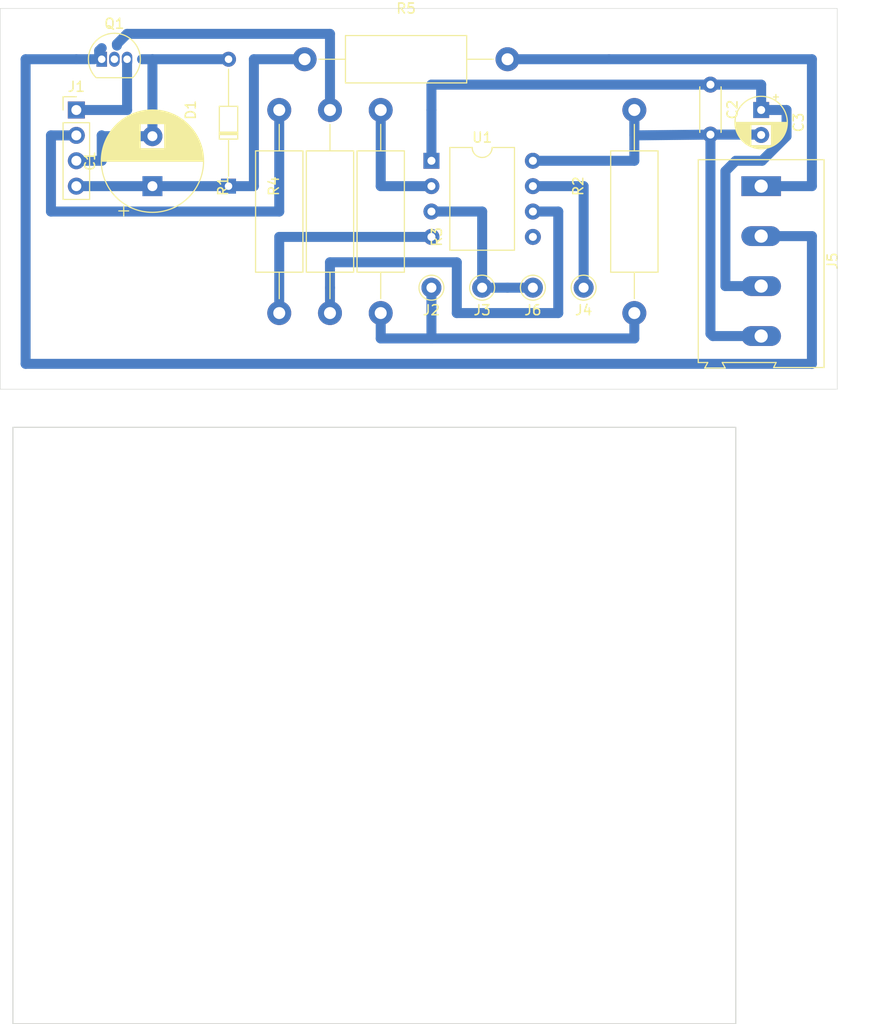
<source format=kicad_pcb>
(kicad_pcb (version 20171130) (host pcbnew "(5.1.4)-1")

  (general
    (thickness 1.6)
    (drawings 8)
    (tracks 78)
    (zones 0)
    (modules 17)
    (nets 16)
  )

  (page A4)
  (layers
    (0 F.Cu jumper)
    (31 B.Cu mixed)
    (33 F.Adhes user)
    (35 F.Paste user)
    (37 F.SilkS user)
    (39 F.Mask user)
    (40 Dwgs.User user)
    (41 Cmts.User user)
    (42 Eco1.User user)
    (43 Eco2.User user)
    (44 Edge.Cuts user)
    (45 Margin user)
    (46 B.CrtYd user)
    (47 F.CrtYd user)
    (49 F.Fab user)
  )

  (setup
    (last_trace_width 1)
    (user_trace_width 0.5)
    (trace_clearance 0.5)
    (zone_clearance 0.508)
    (zone_45_only no)
    (trace_min 0.2)
    (via_size 0.8)
    (via_drill 0.4)
    (via_min_size 0.4)
    (via_min_drill 0.3)
    (uvia_size 0.3)
    (uvia_drill 0.1)
    (uvias_allowed no)
    (uvia_min_size 0.2)
    (uvia_min_drill 0.1)
    (edge_width 0.05)
    (segment_width 0.2)
    (pcb_text_width 0.3)
    (pcb_text_size 1.5 1.5)
    (mod_edge_width 0.12)
    (mod_text_size 1 1)
    (mod_text_width 0.15)
    (pad_size 1.524 1.524)
    (pad_drill 0.762)
    (pad_to_mask_clearance 0.051)
    (solder_mask_min_width 0.25)
    (aux_axis_origin 0 0)
    (visible_elements 7FFFFFFF)
    (pcbplotparams
      (layerselection 0x010fc_ffffffff)
      (usegerberextensions false)
      (usegerberattributes false)
      (usegerberadvancedattributes false)
      (creategerberjobfile false)
      (excludeedgelayer true)
      (linewidth 0.100000)
      (plotframeref false)
      (viasonmask false)
      (mode 1)
      (useauxorigin false)
      (hpglpennumber 1)
      (hpglpenspeed 20)
      (hpglpendiameter 15.000000)
      (psnegative false)
      (psa4output false)
      (plotreference true)
      (plotvalue true)
      (plotinvisibletext false)
      (padsonsilk false)
      (subtractmaskfromsilk false)
      (outputformat 1)
      (mirror false)
      (drillshape 1)
      (scaleselection 1)
      (outputdirectory ""))
  )

  (net 0 "")
  (net 1 "Net-(C1-Pad2)")
  (net 2 "Net-(C1-Pad1)")
  (net 3 GNDD)
  (net 4 +5P)
  (net 5 "Net-(J1-Pad2)")
  (net 6 GNDPWR)
  (net 7 "Net-(J2-Pad1)")
  (net 8 "Net-(J3-Pad1)")
  (net 9 "Net-(J4-Pad1)")
  (net 10 +5C)
  (net 11 "Net-(Q1-Pad2)")
  (net 12 "Net-(R1-Pad1)")
  (net 13 "Net-(R3-Pad1)")
  (net 14 "Net-(R4-Pad1)")
  (net 15 "Net-(U1-Pad5)")

  (net_class Default "This is the default net class."
    (clearance 0.5)
    (trace_width 1)
    (via_dia 0.8)
    (via_drill 0.4)
    (uvia_dia 0.3)
    (uvia_drill 0.1)
    (add_net +5C)
    (add_net +5P)
    (add_net GNDD)
    (add_net GNDPWR)
    (add_net "Net-(C1-Pad1)")
    (add_net "Net-(C1-Pad2)")
    (add_net "Net-(J1-Pad2)")
    (add_net "Net-(J2-Pad1)")
    (add_net "Net-(J3-Pad1)")
    (add_net "Net-(J4-Pad1)")
    (add_net "Net-(Q1-Pad2)")
    (add_net "Net-(R1-Pad1)")
    (add_net "Net-(R3-Pad1)")
    (add_net "Net-(R4-Pad1)")
    (add_net "Net-(U1-Pad5)")
  )

  (module Resistor_THT:R_Axial_DIN0414_L11.9mm_D4.5mm_P20.32mm_Horizontal (layer F.Cu) (tedit 5AE5139B) (tstamp 5DE6B01A)
    (at 101.6 48.26 90)
    (descr "Resistor, Axial_DIN0414 series, Axial, Horizontal, pin pitch=20.32mm, 2W, length*diameter=11.9*4.5mm^2, http://www.vishay.com/docs/20128/wkxwrx.pdf")
    (tags "Resistor Axial_DIN0414 series Axial Horizontal pin pitch 20.32mm 2W length 11.9mm diameter 4.5mm")
    (path /5DE6796A)
    (fp_text reference R4 (at 12.7 -5.62 90) (layer F.SilkS)
      (effects (font (size 1 1) (thickness 0.15)))
    )
    (fp_text value 1k (at 10.16 5.08 90) (layer F.Fab)
      (effects (font (size 1 1) (thickness 0.15)))
    )
    (fp_text user %R (at 12.7 0 90) (layer F.Fab)
      (effects (font (size 1 1) (thickness 0.15)))
    )
    (fp_line (start 21.77 -2.5) (end -1.45 -2.5) (layer F.CrtYd) (width 0.05))
    (fp_line (start 21.77 2.5) (end 21.77 -2.5) (layer F.CrtYd) (width 0.05))
    (fp_line (start -1.45 2.5) (end 21.77 2.5) (layer F.CrtYd) (width 0.05))
    (fp_line (start -1.45 -2.5) (end -1.45 2.5) (layer F.CrtYd) (width 0.05))
    (fp_line (start 18.88 0) (end 16.23 0) (layer F.SilkS) (width 0.12))
    (fp_line (start 1.44 0) (end 4.09 0) (layer F.SilkS) (width 0.12))
    (fp_line (start 16.23 -2.37) (end 4.09 -2.37) (layer F.SilkS) (width 0.12))
    (fp_line (start 16.23 2.37) (end 16.23 -2.37) (layer F.SilkS) (width 0.12))
    (fp_line (start 4.09 2.37) (end 16.23 2.37) (layer F.SilkS) (width 0.12))
    (fp_line (start 4.09 -2.37) (end 4.09 2.37) (layer F.SilkS) (width 0.12))
    (fp_line (start 20.32 0) (end 16.11 0) (layer F.Fab) (width 0.1))
    (fp_line (start 0 0) (end 4.21 0) (layer F.Fab) (width 0.1))
    (fp_line (start 16.11 -2.25) (end 4.21 -2.25) (layer F.Fab) (width 0.1))
    (fp_line (start 16.11 2.25) (end 16.11 -2.25) (layer F.Fab) (width 0.1))
    (fp_line (start 4.21 2.25) (end 16.11 2.25) (layer F.Fab) (width 0.1))
    (fp_line (start 4.21 -2.25) (end 4.21 2.25) (layer F.Fab) (width 0.1))
    (pad 2 thru_hole oval (at 20.32 0 90) (size 2.4 2.4) (drill 1.2) (layers *.Cu *.Mask)
      (net 11 "Net-(Q1-Pad2)"))
    (pad 1 thru_hole circle (at 0 0 90) (size 2.4 2.4) (drill 1.2) (layers *.Cu *.Mask)
      (net 14 "Net-(R4-Pad1)"))
    (model ${KISYS3DMOD}/Resistor_THT.3dshapes/R_Axial_DIN0414_L11.9mm_D4.5mm_P20.32mm_Horizontal.wrl
      (at (xyz 0 0 0))
      (scale (xyz 1 1 1))
      (rotate (xyz 0 0 0))
    )
  )

  (module TerminalBlock:TerminalBlock_Altech_AK300-4_P5.00mm (layer F.Cu) (tedit 59FF0306) (tstamp 5DE6AFA2)
    (at 144.78 35.56 270)
    (descr "Altech AK300 terminal block, pitch 5.0mm, 45 degree angled, see http://www.mouser.com/ds/2/16/PCBMETRC-24178.pdf")
    (tags "Altech AK300 terminal block pitch 5.0mm")
    (path /5DE74C50)
    (fp_text reference J5 (at 7.5 -7.15 90) (layer F.SilkS)
      (effects (font (size 1 1) (thickness 0.15)))
    )
    (fp_text value Screw_Terminal_01x04 (at 7.45 -10.16 90) (layer F.Fab)
      (effects (font (size 1 1) (thickness 0.15)))
    )
    (fp_text user %R (at 7.5 -2 90) (layer F.Fab)
      (effects (font (size 1 1) (thickness 0.15)))
    )
    (fp_line (start -2.65 -6.3) (end 18.15 -6.3) (layer F.SilkS) (width 0.12))
    (fp_line (start 18.15 -6.3) (end 18.15 -1.25) (layer F.SilkS) (width 0.12))
    (fp_line (start 18.15 -1.25) (end 17.65 -1.5) (layer F.SilkS) (width 0.12))
    (fp_line (start 17.65 -1.5) (end 17.65 3.9) (layer F.SilkS) (width 0.12))
    (fp_line (start 17.65 3.9) (end 18.2 3.6) (layer F.SilkS) (width 0.12))
    (fp_line (start 18.2 3.6) (end 18.2 5.65) (layer F.SilkS) (width 0.12))
    (fp_line (start 18.2 5.65) (end 17.65 5.35) (layer F.SilkS) (width 0.12))
    (fp_line (start 17.65 5.35) (end 17.65 6.3) (layer F.SilkS) (width 0.12))
    (fp_line (start 17.65 6.3) (end -2.65 6.3) (layer F.SilkS) (width 0.12))
    (fp_line (start -2.65 6.3) (end -2.65 -6.3) (layer F.SilkS) (width 0.12))
    (fp_line (start 8.75 -0.25) (end 8.75 2.54) (layer F.Fab) (width 0.1))
    (fp_line (start 8.75 2.54) (end 11.29 2.54) (layer F.Fab) (width 0.1))
    (fp_line (start 11.29 2.54) (end 11.29 -0.25) (layer F.Fab) (width 0.1))
    (fp_line (start 7.94 -3.43) (end 7.94 -5.97) (layer F.Fab) (width 0.1))
    (fp_line (start 7.94 -5.97) (end 12 -5.97) (layer F.Fab) (width 0.1))
    (fp_line (start 12 -5.97) (end 12 -3.43) (layer F.Fab) (width 0.1))
    (fp_line (start 12 -3.43) (end 7.94 -3.43) (layer F.Fab) (width 0.1))
    (fp_line (start 8.34 -4.45) (end 11.39 -5.08) (layer F.Fab) (width 0.1))
    (fp_line (start 8.47 -4.32) (end 11.52 -4.95) (layer F.Fab) (width 0.1))
    (fp_line (start 7.99 4.32) (end 12.05 4.32) (layer F.Fab) (width 0.1))
    (fp_line (start 12.05 6.22) (end 12.05 -0.25) (layer F.Fab) (width 0.1))
    (fp_line (start 8.37 0.51) (end 8.75 0.51) (layer F.Fab) (width 0.1))
    (fp_line (start 8.37 0.51) (end 8.37 3.68) (layer F.Fab) (width 0.1))
    (fp_line (start 8.37 3.68) (end 11.67 3.68) (layer F.Fab) (width 0.1))
    (fp_line (start 11.67 3.68) (end 11.67 0.51) (layer F.Fab) (width 0.1))
    (fp_line (start 11.67 0.51) (end 11.29 0.51) (layer F.Fab) (width 0.1))
    (fp_line (start 12.51 -0.64) (end 17.59 -0.64) (layer F.Fab) (width 0.1))
    (fp_line (start 7.99 6.22) (end 7.99 -0.25) (layer F.Fab) (width 0.1))
    (fp_line (start 7.99 -0.25) (end 12.05 -0.25) (layer F.Fab) (width 0.1))
    (fp_line (start 16.95 6.22) (end 13.02 6.22) (layer F.Fab) (width 0.1))
    (fp_line (start 13.17 6.22) (end 7.07 6.22) (layer F.Fab) (width 0.1))
    (fp_line (start 17.59 -3.05) (end -2.58 -3.05) (layer F.Fab) (width 0.1))
    (fp_line (start 17.74 -6.22) (end -2.58 -6.22) (layer F.Fab) (width 0.1))
    (fp_line (start 12.66 -0.64) (end -2.52 -0.64) (layer F.Fab) (width 0.1))
    (fp_line (start 12.95 4) (end 12.95 -0.25) (layer F.Fab) (width 0.1))
    (fp_line (start 13.35 -0.25) (end 16.65 -0.25) (layer F.Fab) (width 0.1))
    (fp_line (start 12.97 -0.25) (end 13.35 -0.25) (layer F.Fab) (width 0.1))
    (fp_line (start 17.03 -0.25) (end 16.65 -0.25) (layer F.Fab) (width 0.1))
    (fp_line (start 13.5 -4.32) (end 16.55 -4.95) (layer F.Fab) (width 0.1))
    (fp_line (start 13.37 -4.45) (end 16.42 -5.08) (layer F.Fab) (width 0.1))
    (fp_line (start 17.03 -3.43) (end 12.97 -3.43) (layer F.Fab) (width 0.1))
    (fp_line (start 17.03 -5.97) (end 17.03 -3.43) (layer F.Fab) (width 0.1))
    (fp_line (start 12.97 -5.97) (end 17.03 -5.97) (layer F.Fab) (width 0.1))
    (fp_line (start 12.97 -3.43) (end 12.97 -5.97) (layer F.Fab) (width 0.1))
    (fp_line (start 17.59 -3.17) (end 17.59 -1.65) (layer F.Fab) (width 0.1))
    (fp_line (start 17.59 -0.64) (end 17.59 4.06) (layer F.Fab) (width 0.1))
    (fp_line (start 17.59 -1.65) (end 17.59 -0.64) (layer F.Fab) (width 0.1))
    (fp_line (start 16.65 0.51) (end 16.27 0.51) (layer F.Fab) (width 0.1))
    (fp_line (start 13.35 0.51) (end 13.73 0.51) (layer F.Fab) (width 0.1))
    (fp_line (start 13.35 3.68) (end 13.35 0.51) (layer F.Fab) (width 0.1))
    (fp_line (start 16.65 3.68) (end 13.35 3.68) (layer F.Fab) (width 0.1))
    (fp_line (start 16.65 3.68) (end 16.65 0.51) (layer F.Fab) (width 0.1))
    (fp_line (start 17.03 4.32) (end 17.03 6.22) (layer F.Fab) (width 0.1))
    (fp_line (start 12.97 4.32) (end 17.03 4.32) (layer F.Fab) (width 0.1))
    (fp_line (start 17.03 6.22) (end 17.59 6.22) (layer F.Fab) (width 0.1))
    (fp_line (start 17.03 -0.25) (end 17.03 4.32) (layer F.Fab) (width 0.1))
    (fp_line (start 12.97 6.22) (end 12.97 4.32) (layer F.Fab) (width 0.1))
    (fp_line (start 18.1 3.81) (end 18.1 5.46) (layer F.Fab) (width 0.1))
    (fp_line (start 17.59 4.06) (end 17.59 5.21) (layer F.Fab) (width 0.1))
    (fp_line (start 18.1 3.81) (end 17.59 4.06) (layer F.Fab) (width 0.1))
    (fp_line (start 17.59 5.21) (end 17.59 6.22) (layer F.Fab) (width 0.1))
    (fp_line (start 18.1 5.46) (end 17.59 5.21) (layer F.Fab) (width 0.1))
    (fp_line (start 18.1 -1.4) (end 17.59 -1.65) (layer F.Fab) (width 0.1))
    (fp_line (start 18.1 -6.22) (end 18.1 -1.4) (layer F.Fab) (width 0.1))
    (fp_line (start 17.59 -6.22) (end 18.1 -6.22) (layer F.Fab) (width 0.1))
    (fp_line (start 17.59 -6.22) (end 17.59 -3.17) (layer F.Fab) (width 0.1))
    (fp_line (start 13.73 2.54) (end 13.73 -0.25) (layer F.Fab) (width 0.1))
    (fp_line (start 13.73 -0.25) (end 16.27 -0.25) (layer F.Fab) (width 0.1))
    (fp_line (start 16.27 2.54) (end 16.27 -0.25) (layer F.Fab) (width 0.1))
    (fp_line (start 13.73 2.54) (end 16.27 2.54) (layer F.Fab) (width 0.1))
    (fp_line (start -1.28 2.54) (end 1.26 2.54) (layer F.Fab) (width 0.1))
    (fp_line (start 1.26 2.54) (end 1.26 -0.25) (layer F.Fab) (width 0.1))
    (fp_line (start -1.28 -0.25) (end 1.26 -0.25) (layer F.Fab) (width 0.1))
    (fp_line (start -1.28 2.54) (end -1.28 -0.25) (layer F.Fab) (width 0.1))
    (fp_line (start 3.72 2.54) (end 6.26 2.54) (layer F.Fab) (width 0.1))
    (fp_line (start 6.26 2.54) (end 6.26 -0.25) (layer F.Fab) (width 0.1))
    (fp_line (start 3.72 -0.25) (end 6.26 -0.25) (layer F.Fab) (width 0.1))
    (fp_line (start 3.72 2.54) (end 3.72 -0.25) (layer F.Fab) (width 0.1))
    (fp_line (start 12.95 5.21) (end 12.95 6.22) (layer F.Fab) (width 0.1))
    (fp_line (start 12.95 4.06) (end 12.95 5.21) (layer F.Fab) (width 0.1))
    (fp_line (start 2.96 6.22) (end 2.96 4.32) (layer F.Fab) (width 0.1))
    (fp_line (start 7.02 -0.25) (end 7.02 4.32) (layer F.Fab) (width 0.1))
    (fp_line (start 2.96 6.22) (end 7.02 6.22) (layer F.Fab) (width 0.1))
    (fp_line (start 2.02 6.22) (end 2.02 4.32) (layer F.Fab) (width 0.1))
    (fp_line (start 2.02 6.22) (end 2.96 6.22) (layer F.Fab) (width 0.1))
    (fp_line (start -2.05 -0.25) (end -2.05 4.32) (layer F.Fab) (width 0.1))
    (fp_line (start -2.58 6.22) (end -2.05 6.22) (layer F.Fab) (width 0.1))
    (fp_line (start -2.05 6.22) (end 2.02 6.22) (layer F.Fab) (width 0.1))
    (fp_line (start 2.96 4.32) (end 7.02 4.32) (layer F.Fab) (width 0.1))
    (fp_line (start 2.96 4.32) (end 2.96 -0.25) (layer F.Fab) (width 0.1))
    (fp_line (start 7.02 4.32) (end 7.02 6.22) (layer F.Fab) (width 0.1))
    (fp_line (start 2.02 4.32) (end -2.05 4.32) (layer F.Fab) (width 0.1))
    (fp_line (start 2.02 4.32) (end 2.02 -0.25) (layer F.Fab) (width 0.1))
    (fp_line (start -2.05 4.32) (end -2.05 6.22) (layer F.Fab) (width 0.1))
    (fp_line (start 6.64 3.68) (end 6.64 0.51) (layer F.Fab) (width 0.1))
    (fp_line (start 6.64 3.68) (end 3.34 3.68) (layer F.Fab) (width 0.1))
    (fp_line (start 3.34 3.68) (end 3.34 0.51) (layer F.Fab) (width 0.1))
    (fp_line (start 1.64 3.68) (end 1.64 0.51) (layer F.Fab) (width 0.1))
    (fp_line (start 1.64 3.68) (end -1.67 3.68) (layer F.Fab) (width 0.1))
    (fp_line (start -1.67 3.68) (end -1.67 0.51) (layer F.Fab) (width 0.1))
    (fp_line (start -1.67 0.51) (end -1.28 0.51) (layer F.Fab) (width 0.1))
    (fp_line (start 1.64 0.51) (end 1.26 0.51) (layer F.Fab) (width 0.1))
    (fp_line (start 3.34 0.51) (end 3.72 0.51) (layer F.Fab) (width 0.1))
    (fp_line (start 6.64 0.51) (end 6.26 0.51) (layer F.Fab) (width 0.1))
    (fp_line (start -2.58 6.22) (end -2.58 -0.64) (layer F.Fab) (width 0.1))
    (fp_line (start -2.58 -0.64) (end -2.58 -3.17) (layer F.Fab) (width 0.1))
    (fp_line (start -2.58 -3.17) (end -2.58 -6.22) (layer F.Fab) (width 0.1))
    (fp_line (start 2.96 -3.43) (end 2.96 -5.97) (layer F.Fab) (width 0.1))
    (fp_line (start 2.96 -5.97) (end 7.02 -5.97) (layer F.Fab) (width 0.1))
    (fp_line (start 7.02 -5.97) (end 7.02 -3.43) (layer F.Fab) (width 0.1))
    (fp_line (start 7.02 -3.43) (end 2.96 -3.43) (layer F.Fab) (width 0.1))
    (fp_line (start 2.02 -3.43) (end 2.02 -5.97) (layer F.Fab) (width 0.1))
    (fp_line (start 2.02 -3.43) (end -2.05 -3.43) (layer F.Fab) (width 0.1))
    (fp_line (start -2.05 -3.43) (end -2.05 -5.97) (layer F.Fab) (width 0.1))
    (fp_line (start 2.02 -5.97) (end -2.05 -5.97) (layer F.Fab) (width 0.1))
    (fp_line (start 3.36 -4.45) (end 6.41 -5.08) (layer F.Fab) (width 0.1))
    (fp_line (start 3.49 -4.32) (end 6.54 -4.95) (layer F.Fab) (width 0.1))
    (fp_line (start -1.64 -4.45) (end 1.41 -5.08) (layer F.Fab) (width 0.1))
    (fp_line (start -1.51 -4.32) (end 1.53 -4.95) (layer F.Fab) (width 0.1))
    (fp_line (start -2.05 -0.25) (end -1.67 -0.25) (layer F.Fab) (width 0.1))
    (fp_line (start 2.02 -0.25) (end 1.64 -0.25) (layer F.Fab) (width 0.1))
    (fp_line (start 1.64 -0.25) (end -1.67 -0.25) (layer F.Fab) (width 0.1))
    (fp_line (start 7.02 -0.25) (end 6.64 -0.25) (layer F.Fab) (width 0.1))
    (fp_line (start 2.96 -0.25) (end 3.34 -0.25) (layer F.Fab) (width 0.1))
    (fp_line (start 3.34 -0.25) (end 6.64 -0.25) (layer F.Fab) (width 0.1))
    (fp_line (start -2.83 -6.47) (end 18.35 -6.47) (layer F.CrtYd) (width 0.05))
    (fp_line (start -2.83 -6.47) (end -2.83 6.47) (layer F.CrtYd) (width 0.05))
    (fp_line (start 18.35 6.47) (end 18.35 -6.47) (layer F.CrtYd) (width 0.05))
    (fp_line (start 18.35 6.47) (end -2.83 6.47) (layer F.CrtYd) (width 0.05))
    (fp_arc (start 10.99 -4.59) (end 11.49 -5.05) (angle 90.5) (layer F.Fab) (width 0.1))
    (fp_arc (start 10.02 -6.07) (end 11.48 -4.12) (angle 75.5) (layer F.Fab) (width 0.1))
    (fp_arc (start 9.94 -3.71) (end 8.34 -5) (angle 100) (layer F.Fab) (width 0.1))
    (fp_arc (start 8.83 -4.65) (end 8.54 -4.13) (angle 104.2) (layer F.Fab) (width 0.1))
    (fp_arc (start 13.86 -4.65) (end 13.57 -4.13) (angle 104.2) (layer F.Fab) (width 0.1))
    (fp_arc (start 14.97 -3.71) (end 13.37 -5) (angle 100) (layer F.Fab) (width 0.1))
    (fp_arc (start 15.05 -6.07) (end 16.51 -4.12) (angle 75.5) (layer F.Fab) (width 0.1))
    (fp_arc (start 16.02 -4.59) (end 16.52 -5.05) (angle 90.5) (layer F.Fab) (width 0.1))
    (fp_arc (start 6.01 -4.59) (end 6.51 -5.05) (angle 90.5) (layer F.Fab) (width 0.1))
    (fp_arc (start 5.04 -6.07) (end 6.5 -4.12) (angle 75.5) (layer F.Fab) (width 0.1))
    (fp_arc (start 4.96 -3.71) (end 3.36 -5) (angle 100) (layer F.Fab) (width 0.1))
    (fp_arc (start 3.85 -4.65) (end 3.56 -4.13) (angle 104.2) (layer F.Fab) (width 0.1))
    (fp_arc (start 1 -4.59) (end 1.51 -5.05) (angle 90.5) (layer F.Fab) (width 0.1))
    (fp_arc (start 0.04 -6.07) (end 1.5 -4.12) (angle 75.5) (layer F.Fab) (width 0.1))
    (fp_arc (start -0.04 -3.71) (end -1.64 -5) (angle 100) (layer F.Fab) (width 0.1))
    (fp_arc (start -1.16 -4.65) (end -1.44 -4.13) (angle 104.2) (layer F.Fab) (width 0.1))
    (pad 1 thru_hole rect (at 0 0 270) (size 1.98 3.96) (drill 1.32) (layers *.Cu *.Mask)
      (net 10 +5C))
    (pad 2 thru_hole oval (at 5 0 270) (size 1.98 3.96) (drill 1.32) (layers *.Cu *.Mask)
      (net 6 GNDPWR))
    (pad 4 thru_hole oval (at 15 0 270) (size 1.98 3.96) (drill 1.32) (layers *.Cu *.Mask)
      (net 3 GNDD))
    (pad 3 thru_hole oval (at 10 0 270) (size 1.98 3.96) (drill 1.32) (layers *.Cu *.Mask)
      (net 4 +5P))
    (model ${KISYS3DMOD}/TerminalBlock.3dshapes/TerminalBlock_Altech_AK300-4_P5.00mm.wrl
      (at (xyz 0 0 0))
      (scale (xyz 1 1 1))
      (rotate (xyz 0 0 0))
    )
  )

  (module Capacitor_THT:CP_Radial_D5.0mm_P2.50mm (layer F.Cu) (tedit 5AE50EF0) (tstamp 5DE6AEB3)
    (at 144.78 27.94 270)
    (descr "CP, Radial series, Radial, pin pitch=2.50mm, , diameter=5mm, Electrolytic Capacitor")
    (tags "CP Radial series Radial pin pitch 2.50mm  diameter 5mm Electrolytic Capacitor")
    (path /5DE6A8BE)
    (fp_text reference C3 (at 1.25 -3.75 90) (layer F.SilkS)
      (effects (font (size 1 1) (thickness 0.15)))
    )
    (fp_text value 10uF (at 1.25 3.75 90) (layer F.Fab)
      (effects (font (size 1 1) (thickness 0.15)))
    )
    (fp_text user %R (at 1.25 0 90) (layer F.Fab)
      (effects (font (size 1 1) (thickness 0.15)))
    )
    (fp_line (start -1.304775 -1.725) (end -1.304775 -1.225) (layer F.SilkS) (width 0.12))
    (fp_line (start -1.554775 -1.475) (end -1.054775 -1.475) (layer F.SilkS) (width 0.12))
    (fp_line (start 3.851 -0.284) (end 3.851 0.284) (layer F.SilkS) (width 0.12))
    (fp_line (start 3.811 -0.518) (end 3.811 0.518) (layer F.SilkS) (width 0.12))
    (fp_line (start 3.771 -0.677) (end 3.771 0.677) (layer F.SilkS) (width 0.12))
    (fp_line (start 3.731 -0.805) (end 3.731 0.805) (layer F.SilkS) (width 0.12))
    (fp_line (start 3.691 -0.915) (end 3.691 0.915) (layer F.SilkS) (width 0.12))
    (fp_line (start 3.651 -1.011) (end 3.651 1.011) (layer F.SilkS) (width 0.12))
    (fp_line (start 3.611 -1.098) (end 3.611 1.098) (layer F.SilkS) (width 0.12))
    (fp_line (start 3.571 -1.178) (end 3.571 1.178) (layer F.SilkS) (width 0.12))
    (fp_line (start 3.531 1.04) (end 3.531 1.251) (layer F.SilkS) (width 0.12))
    (fp_line (start 3.531 -1.251) (end 3.531 -1.04) (layer F.SilkS) (width 0.12))
    (fp_line (start 3.491 1.04) (end 3.491 1.319) (layer F.SilkS) (width 0.12))
    (fp_line (start 3.491 -1.319) (end 3.491 -1.04) (layer F.SilkS) (width 0.12))
    (fp_line (start 3.451 1.04) (end 3.451 1.383) (layer F.SilkS) (width 0.12))
    (fp_line (start 3.451 -1.383) (end 3.451 -1.04) (layer F.SilkS) (width 0.12))
    (fp_line (start 3.411 1.04) (end 3.411 1.443) (layer F.SilkS) (width 0.12))
    (fp_line (start 3.411 -1.443) (end 3.411 -1.04) (layer F.SilkS) (width 0.12))
    (fp_line (start 3.371 1.04) (end 3.371 1.5) (layer F.SilkS) (width 0.12))
    (fp_line (start 3.371 -1.5) (end 3.371 -1.04) (layer F.SilkS) (width 0.12))
    (fp_line (start 3.331 1.04) (end 3.331 1.554) (layer F.SilkS) (width 0.12))
    (fp_line (start 3.331 -1.554) (end 3.331 -1.04) (layer F.SilkS) (width 0.12))
    (fp_line (start 3.291 1.04) (end 3.291 1.605) (layer F.SilkS) (width 0.12))
    (fp_line (start 3.291 -1.605) (end 3.291 -1.04) (layer F.SilkS) (width 0.12))
    (fp_line (start 3.251 1.04) (end 3.251 1.653) (layer F.SilkS) (width 0.12))
    (fp_line (start 3.251 -1.653) (end 3.251 -1.04) (layer F.SilkS) (width 0.12))
    (fp_line (start 3.211 1.04) (end 3.211 1.699) (layer F.SilkS) (width 0.12))
    (fp_line (start 3.211 -1.699) (end 3.211 -1.04) (layer F.SilkS) (width 0.12))
    (fp_line (start 3.171 1.04) (end 3.171 1.743) (layer F.SilkS) (width 0.12))
    (fp_line (start 3.171 -1.743) (end 3.171 -1.04) (layer F.SilkS) (width 0.12))
    (fp_line (start 3.131 1.04) (end 3.131 1.785) (layer F.SilkS) (width 0.12))
    (fp_line (start 3.131 -1.785) (end 3.131 -1.04) (layer F.SilkS) (width 0.12))
    (fp_line (start 3.091 1.04) (end 3.091 1.826) (layer F.SilkS) (width 0.12))
    (fp_line (start 3.091 -1.826) (end 3.091 -1.04) (layer F.SilkS) (width 0.12))
    (fp_line (start 3.051 1.04) (end 3.051 1.864) (layer F.SilkS) (width 0.12))
    (fp_line (start 3.051 -1.864) (end 3.051 -1.04) (layer F.SilkS) (width 0.12))
    (fp_line (start 3.011 1.04) (end 3.011 1.901) (layer F.SilkS) (width 0.12))
    (fp_line (start 3.011 -1.901) (end 3.011 -1.04) (layer F.SilkS) (width 0.12))
    (fp_line (start 2.971 1.04) (end 2.971 1.937) (layer F.SilkS) (width 0.12))
    (fp_line (start 2.971 -1.937) (end 2.971 -1.04) (layer F.SilkS) (width 0.12))
    (fp_line (start 2.931 1.04) (end 2.931 1.971) (layer F.SilkS) (width 0.12))
    (fp_line (start 2.931 -1.971) (end 2.931 -1.04) (layer F.SilkS) (width 0.12))
    (fp_line (start 2.891 1.04) (end 2.891 2.004) (layer F.SilkS) (width 0.12))
    (fp_line (start 2.891 -2.004) (end 2.891 -1.04) (layer F.SilkS) (width 0.12))
    (fp_line (start 2.851 1.04) (end 2.851 2.035) (layer F.SilkS) (width 0.12))
    (fp_line (start 2.851 -2.035) (end 2.851 -1.04) (layer F.SilkS) (width 0.12))
    (fp_line (start 2.811 1.04) (end 2.811 2.065) (layer F.SilkS) (width 0.12))
    (fp_line (start 2.811 -2.065) (end 2.811 -1.04) (layer F.SilkS) (width 0.12))
    (fp_line (start 2.771 1.04) (end 2.771 2.095) (layer F.SilkS) (width 0.12))
    (fp_line (start 2.771 -2.095) (end 2.771 -1.04) (layer F.SilkS) (width 0.12))
    (fp_line (start 2.731 1.04) (end 2.731 2.122) (layer F.SilkS) (width 0.12))
    (fp_line (start 2.731 -2.122) (end 2.731 -1.04) (layer F.SilkS) (width 0.12))
    (fp_line (start 2.691 1.04) (end 2.691 2.149) (layer F.SilkS) (width 0.12))
    (fp_line (start 2.691 -2.149) (end 2.691 -1.04) (layer F.SilkS) (width 0.12))
    (fp_line (start 2.651 1.04) (end 2.651 2.175) (layer F.SilkS) (width 0.12))
    (fp_line (start 2.651 -2.175) (end 2.651 -1.04) (layer F.SilkS) (width 0.12))
    (fp_line (start 2.611 1.04) (end 2.611 2.2) (layer F.SilkS) (width 0.12))
    (fp_line (start 2.611 -2.2) (end 2.611 -1.04) (layer F.SilkS) (width 0.12))
    (fp_line (start 2.571 1.04) (end 2.571 2.224) (layer F.SilkS) (width 0.12))
    (fp_line (start 2.571 -2.224) (end 2.571 -1.04) (layer F.SilkS) (width 0.12))
    (fp_line (start 2.531 1.04) (end 2.531 2.247) (layer F.SilkS) (width 0.12))
    (fp_line (start 2.531 -2.247) (end 2.531 -1.04) (layer F.SilkS) (width 0.12))
    (fp_line (start 2.491 1.04) (end 2.491 2.268) (layer F.SilkS) (width 0.12))
    (fp_line (start 2.491 -2.268) (end 2.491 -1.04) (layer F.SilkS) (width 0.12))
    (fp_line (start 2.451 1.04) (end 2.451 2.29) (layer F.SilkS) (width 0.12))
    (fp_line (start 2.451 -2.29) (end 2.451 -1.04) (layer F.SilkS) (width 0.12))
    (fp_line (start 2.411 1.04) (end 2.411 2.31) (layer F.SilkS) (width 0.12))
    (fp_line (start 2.411 -2.31) (end 2.411 -1.04) (layer F.SilkS) (width 0.12))
    (fp_line (start 2.371 1.04) (end 2.371 2.329) (layer F.SilkS) (width 0.12))
    (fp_line (start 2.371 -2.329) (end 2.371 -1.04) (layer F.SilkS) (width 0.12))
    (fp_line (start 2.331 1.04) (end 2.331 2.348) (layer F.SilkS) (width 0.12))
    (fp_line (start 2.331 -2.348) (end 2.331 -1.04) (layer F.SilkS) (width 0.12))
    (fp_line (start 2.291 1.04) (end 2.291 2.365) (layer F.SilkS) (width 0.12))
    (fp_line (start 2.291 -2.365) (end 2.291 -1.04) (layer F.SilkS) (width 0.12))
    (fp_line (start 2.251 1.04) (end 2.251 2.382) (layer F.SilkS) (width 0.12))
    (fp_line (start 2.251 -2.382) (end 2.251 -1.04) (layer F.SilkS) (width 0.12))
    (fp_line (start 2.211 1.04) (end 2.211 2.398) (layer F.SilkS) (width 0.12))
    (fp_line (start 2.211 -2.398) (end 2.211 -1.04) (layer F.SilkS) (width 0.12))
    (fp_line (start 2.171 1.04) (end 2.171 2.414) (layer F.SilkS) (width 0.12))
    (fp_line (start 2.171 -2.414) (end 2.171 -1.04) (layer F.SilkS) (width 0.12))
    (fp_line (start 2.131 1.04) (end 2.131 2.428) (layer F.SilkS) (width 0.12))
    (fp_line (start 2.131 -2.428) (end 2.131 -1.04) (layer F.SilkS) (width 0.12))
    (fp_line (start 2.091 1.04) (end 2.091 2.442) (layer F.SilkS) (width 0.12))
    (fp_line (start 2.091 -2.442) (end 2.091 -1.04) (layer F.SilkS) (width 0.12))
    (fp_line (start 2.051 1.04) (end 2.051 2.455) (layer F.SilkS) (width 0.12))
    (fp_line (start 2.051 -2.455) (end 2.051 -1.04) (layer F.SilkS) (width 0.12))
    (fp_line (start 2.011 1.04) (end 2.011 2.468) (layer F.SilkS) (width 0.12))
    (fp_line (start 2.011 -2.468) (end 2.011 -1.04) (layer F.SilkS) (width 0.12))
    (fp_line (start 1.971 1.04) (end 1.971 2.48) (layer F.SilkS) (width 0.12))
    (fp_line (start 1.971 -2.48) (end 1.971 -1.04) (layer F.SilkS) (width 0.12))
    (fp_line (start 1.93 1.04) (end 1.93 2.491) (layer F.SilkS) (width 0.12))
    (fp_line (start 1.93 -2.491) (end 1.93 -1.04) (layer F.SilkS) (width 0.12))
    (fp_line (start 1.89 1.04) (end 1.89 2.501) (layer F.SilkS) (width 0.12))
    (fp_line (start 1.89 -2.501) (end 1.89 -1.04) (layer F.SilkS) (width 0.12))
    (fp_line (start 1.85 1.04) (end 1.85 2.511) (layer F.SilkS) (width 0.12))
    (fp_line (start 1.85 -2.511) (end 1.85 -1.04) (layer F.SilkS) (width 0.12))
    (fp_line (start 1.81 1.04) (end 1.81 2.52) (layer F.SilkS) (width 0.12))
    (fp_line (start 1.81 -2.52) (end 1.81 -1.04) (layer F.SilkS) (width 0.12))
    (fp_line (start 1.77 1.04) (end 1.77 2.528) (layer F.SilkS) (width 0.12))
    (fp_line (start 1.77 -2.528) (end 1.77 -1.04) (layer F.SilkS) (width 0.12))
    (fp_line (start 1.73 1.04) (end 1.73 2.536) (layer F.SilkS) (width 0.12))
    (fp_line (start 1.73 -2.536) (end 1.73 -1.04) (layer F.SilkS) (width 0.12))
    (fp_line (start 1.69 1.04) (end 1.69 2.543) (layer F.SilkS) (width 0.12))
    (fp_line (start 1.69 -2.543) (end 1.69 -1.04) (layer F.SilkS) (width 0.12))
    (fp_line (start 1.65 1.04) (end 1.65 2.55) (layer F.SilkS) (width 0.12))
    (fp_line (start 1.65 -2.55) (end 1.65 -1.04) (layer F.SilkS) (width 0.12))
    (fp_line (start 1.61 1.04) (end 1.61 2.556) (layer F.SilkS) (width 0.12))
    (fp_line (start 1.61 -2.556) (end 1.61 -1.04) (layer F.SilkS) (width 0.12))
    (fp_line (start 1.57 1.04) (end 1.57 2.561) (layer F.SilkS) (width 0.12))
    (fp_line (start 1.57 -2.561) (end 1.57 -1.04) (layer F.SilkS) (width 0.12))
    (fp_line (start 1.53 1.04) (end 1.53 2.565) (layer F.SilkS) (width 0.12))
    (fp_line (start 1.53 -2.565) (end 1.53 -1.04) (layer F.SilkS) (width 0.12))
    (fp_line (start 1.49 1.04) (end 1.49 2.569) (layer F.SilkS) (width 0.12))
    (fp_line (start 1.49 -2.569) (end 1.49 -1.04) (layer F.SilkS) (width 0.12))
    (fp_line (start 1.45 -2.573) (end 1.45 2.573) (layer F.SilkS) (width 0.12))
    (fp_line (start 1.41 -2.576) (end 1.41 2.576) (layer F.SilkS) (width 0.12))
    (fp_line (start 1.37 -2.578) (end 1.37 2.578) (layer F.SilkS) (width 0.12))
    (fp_line (start 1.33 -2.579) (end 1.33 2.579) (layer F.SilkS) (width 0.12))
    (fp_line (start 1.29 -2.58) (end 1.29 2.58) (layer F.SilkS) (width 0.12))
    (fp_line (start 1.25 -2.58) (end 1.25 2.58) (layer F.SilkS) (width 0.12))
    (fp_line (start -0.633605 -1.3375) (end -0.633605 -0.8375) (layer F.Fab) (width 0.1))
    (fp_line (start -0.883605 -1.0875) (end -0.383605 -1.0875) (layer F.Fab) (width 0.1))
    (fp_circle (center 1.25 0) (end 4 0) (layer F.CrtYd) (width 0.05))
    (fp_circle (center 1.25 0) (end 3.87 0) (layer F.SilkS) (width 0.12))
    (fp_circle (center 1.25 0) (end 3.75 0) (layer F.Fab) (width 0.1))
    (pad 2 thru_hole circle (at 2.5 0 270) (size 1.6 1.6) (drill 0.8) (layers *.Cu *.Mask)
      (net 3 GNDD))
    (pad 1 thru_hole rect (at 0 0 270) (size 1.6 1.6) (drill 0.8) (layers *.Cu *.Mask)
      (net 4 +5P))
    (model ${KISYS3DMOD}/Capacitor_THT.3dshapes/CP_Radial_D5.0mm_P2.50mm.wrl
      (at (xyz 0 0 0))
      (scale (xyz 1 1 1))
      (rotate (xyz 0 0 0))
    )
  )

  (module Capacitor_THT:C_Disc_D4.3mm_W1.9mm_P5.00mm (layer F.Cu) (tedit 5AE50EF0) (tstamp 5DE6AE2F)
    (at 139.7 25.4 270)
    (descr "C, Disc series, Radial, pin pitch=5.00mm, , diameter*width=4.3*1.9mm^2, Capacitor, http://www.vishay.com/docs/45233/krseries.pdf")
    (tags "C Disc series Radial pin pitch 5.00mm  diameter 4.3mm width 1.9mm Capacitor")
    (path /5DE69CBE)
    (fp_text reference C2 (at 2.5 -2.2 90) (layer F.SilkS)
      (effects (font (size 1 1) (thickness 0.15)))
    )
    (fp_text value 100nF (at 2.5 2.2 90) (layer F.Fab)
      (effects (font (size 1 1) (thickness 0.15)))
    )
    (fp_text user %R (at 2.5 0 90) (layer F.Fab)
      (effects (font (size 0.86 0.86) (thickness 0.129)))
    )
    (fp_line (start 6.05 -1.2) (end -1.05 -1.2) (layer F.CrtYd) (width 0.05))
    (fp_line (start 6.05 1.2) (end 6.05 -1.2) (layer F.CrtYd) (width 0.05))
    (fp_line (start -1.05 1.2) (end 6.05 1.2) (layer F.CrtYd) (width 0.05))
    (fp_line (start -1.05 -1.2) (end -1.05 1.2) (layer F.CrtYd) (width 0.05))
    (fp_line (start 4.77 1.055) (end 4.77 1.07) (layer F.SilkS) (width 0.12))
    (fp_line (start 4.77 -1.07) (end 4.77 -1.055) (layer F.SilkS) (width 0.12))
    (fp_line (start 0.23 1.055) (end 0.23 1.07) (layer F.SilkS) (width 0.12))
    (fp_line (start 0.23 -1.07) (end 0.23 -1.055) (layer F.SilkS) (width 0.12))
    (fp_line (start 0.23 1.07) (end 4.77 1.07) (layer F.SilkS) (width 0.12))
    (fp_line (start 0.23 -1.07) (end 4.77 -1.07) (layer F.SilkS) (width 0.12))
    (fp_line (start 4.65 -0.95) (end 0.35 -0.95) (layer F.Fab) (width 0.1))
    (fp_line (start 4.65 0.95) (end 4.65 -0.95) (layer F.Fab) (width 0.1))
    (fp_line (start 0.35 0.95) (end 4.65 0.95) (layer F.Fab) (width 0.1))
    (fp_line (start 0.35 -0.95) (end 0.35 0.95) (layer F.Fab) (width 0.1))
    (pad 2 thru_hole circle (at 5 0 270) (size 1.6 1.6) (drill 0.8) (layers *.Cu *.Mask)
      (net 3 GNDD))
    (pad 1 thru_hole circle (at 0 0 270) (size 1.6 1.6) (drill 0.8) (layers *.Cu *.Mask)
      (net 4 +5P))
    (model ${KISYS3DMOD}/Capacitor_THT.3dshapes/C_Disc_D4.3mm_W1.9mm_P5.00mm.wrl
      (at (xyz 0 0 0))
      (scale (xyz 1 1 1))
      (rotate (xyz 0 0 0))
    )
  )

  (module Resistor_THT:R_Axial_DIN0414_L11.9mm_D4.5mm_P20.32mm_Horizontal (layer F.Cu) (tedit 5AE5139B) (tstamp 5DE6AFEC)
    (at 132.08 48.26 90)
    (descr "Resistor, Axial_DIN0414 series, Axial, Horizontal, pin pitch=20.32mm, 2W, length*diameter=11.9*4.5mm^2, http://www.vishay.com/docs/20128/wkxwrx.pdf")
    (tags "Resistor Axial_DIN0414 series Axial Horizontal pin pitch 20.32mm 2W length 11.9mm diameter 4.5mm")
    (path /5DE8C4EE)
    (fp_text reference R2 (at 12.7 -5.62 90) (layer F.SilkS)
      (effects (font (size 1 1) (thickness 0.15)))
    )
    (fp_text value 10k (at 10.16 0 90) (layer F.Fab)
      (effects (font (size 1 1) (thickness 0.15)))
    )
    (fp_text user %R (at 12.7 0 90) (layer F.Fab)
      (effects (font (size 1 1) (thickness 0.15)))
    )
    (fp_line (start 21.77 -2.5) (end -1.45 -2.5) (layer F.CrtYd) (width 0.05))
    (fp_line (start 21.77 2.5) (end 21.77 -2.5) (layer F.CrtYd) (width 0.05))
    (fp_line (start -1.45 2.5) (end 21.77 2.5) (layer F.CrtYd) (width 0.05))
    (fp_line (start -1.45 -2.5) (end -1.45 2.5) (layer F.CrtYd) (width 0.05))
    (fp_line (start 18.88 0) (end 16.23 0) (layer F.SilkS) (width 0.12))
    (fp_line (start 1.44 0) (end 4.09 0) (layer F.SilkS) (width 0.12))
    (fp_line (start 16.23 -2.37) (end 4.09 -2.37) (layer F.SilkS) (width 0.12))
    (fp_line (start 16.23 2.37) (end 16.23 -2.37) (layer F.SilkS) (width 0.12))
    (fp_line (start 4.09 2.37) (end 16.23 2.37) (layer F.SilkS) (width 0.12))
    (fp_line (start 4.09 -2.37) (end 4.09 2.37) (layer F.SilkS) (width 0.12))
    (fp_line (start 20.32 0) (end 16.11 0) (layer F.Fab) (width 0.1))
    (fp_line (start 0 0) (end 4.21 0) (layer F.Fab) (width 0.1))
    (fp_line (start 16.11 -2.25) (end 4.21 -2.25) (layer F.Fab) (width 0.1))
    (fp_line (start 16.11 2.25) (end 16.11 -2.25) (layer F.Fab) (width 0.1))
    (fp_line (start 4.21 2.25) (end 16.11 2.25) (layer F.Fab) (width 0.1))
    (fp_line (start 4.21 -2.25) (end 4.21 2.25) (layer F.Fab) (width 0.1))
    (pad 2 thru_hole oval (at 20.32 0 90) (size 2.4 2.4) (drill 1.2) (layers *.Cu *.Mask)
      (net 3 GNDD))
    (pad 1 thru_hole circle (at 0 0 90) (size 2.4 2.4) (drill 1.2) (layers *.Cu *.Mask)
      (net 7 "Net-(J2-Pad1)"))
    (model ${KISYS3DMOD}/Resistor_THT.3dshapes/R_Axial_DIN0414_L11.9mm_D4.5mm_P20.32mm_Horizontal.wrl
      (at (xyz 0 0 0))
      (scale (xyz 1 1 1))
      (rotate (xyz 0 0 0))
    )
  )

  (module Resistor_THT:R_Axial_DIN0414_L11.9mm_D4.5mm_P20.32mm_Horizontal (layer F.Cu) (tedit 5AE5139B) (tstamp 5DE6B031)
    (at 99.06 22.86)
    (descr "Resistor, Axial_DIN0414 series, Axial, Horizontal, pin pitch=20.32mm, 2W, length*diameter=11.9*4.5mm^2, http://www.vishay.com/docs/20128/wkxwrx.pdf")
    (tags "Resistor Axial_DIN0414 series Axial Horizontal pin pitch 20.32mm 2W length 11.9mm diameter 4.5mm")
    (path /5DE71710)
    (fp_text reference R5 (at 10.16 -5.08) (layer F.SilkS)
      (effects (font (size 1 1) (thickness 0.15)))
    )
    (fp_text value 18 (at 10.16 0) (layer F.Fab)
      (effects (font (size 1 1) (thickness 0.15)))
    )
    (fp_text user %R (at 5.08 0) (layer F.Fab)
      (effects (font (size 1 1) (thickness 0.15)))
    )
    (fp_line (start 21.77 -2.5) (end -1.45 -2.5) (layer F.CrtYd) (width 0.05))
    (fp_line (start 21.77 2.5) (end 21.77 -2.5) (layer F.CrtYd) (width 0.05))
    (fp_line (start -1.45 2.5) (end 21.77 2.5) (layer F.CrtYd) (width 0.05))
    (fp_line (start -1.45 -2.5) (end -1.45 2.5) (layer F.CrtYd) (width 0.05))
    (fp_line (start 18.88 0) (end 16.23 0) (layer F.SilkS) (width 0.12))
    (fp_line (start 1.44 0) (end 4.09 0) (layer F.SilkS) (width 0.12))
    (fp_line (start 16.23 -2.37) (end 4.09 -2.37) (layer F.SilkS) (width 0.12))
    (fp_line (start 16.23 2.37) (end 16.23 -2.37) (layer F.SilkS) (width 0.12))
    (fp_line (start 4.09 2.37) (end 16.23 2.37) (layer F.SilkS) (width 0.12))
    (fp_line (start 4.09 -2.37) (end 4.09 2.37) (layer F.SilkS) (width 0.12))
    (fp_line (start 20.32 0) (end 16.11 0) (layer F.Fab) (width 0.1))
    (fp_line (start 0 0) (end 4.21 0) (layer F.Fab) (width 0.1))
    (fp_line (start 16.11 -2.25) (end 4.21 -2.25) (layer F.Fab) (width 0.1))
    (fp_line (start 16.11 2.25) (end 16.11 -2.25) (layer F.Fab) (width 0.1))
    (fp_line (start 4.21 2.25) (end 16.11 2.25) (layer F.Fab) (width 0.1))
    (fp_line (start 4.21 -2.25) (end 4.21 2.25) (layer F.Fab) (width 0.1))
    (pad 2 thru_hole oval (at 20.32 0) (size 2.4 2.4) (drill 1.2) (layers *.Cu *.Mask)
      (net 10 +5C))
    (pad 1 thru_hole circle (at 0 0) (size 2.4 2.4) (drill 1.2) (layers *.Cu *.Mask)
      (net 2 "Net-(C1-Pad1)"))
    (model ${KISYS3DMOD}/Resistor_THT.3dshapes/R_Axial_DIN0414_L11.9mm_D4.5mm_P20.32mm_Horizontal.wrl
      (at (xyz 0 0 0))
      (scale (xyz 1 1 1))
      (rotate (xyz 0 0 0))
    )
  )

  (module Resistor_THT:R_Axial_DIN0414_L11.9mm_D4.5mm_P20.32mm_Horizontal (layer F.Cu) (tedit 5AE5139B) (tstamp 5DE6AFD5)
    (at 96.52 48.26 90)
    (descr "Resistor, Axial_DIN0414 series, Axial, Horizontal, pin pitch=20.32mm, 2W, length*diameter=11.9*4.5mm^2, http://www.vishay.com/docs/20128/wkxwrx.pdf")
    (tags "Resistor Axial_DIN0414 series Axial Horizontal pin pitch 20.32mm 2W length 11.9mm diameter 4.5mm")
    (path /5DDDFF9E)
    (fp_text reference R1 (at 12.7 -5.62 90) (layer F.SilkS)
      (effects (font (size 1 1) (thickness 0.15)))
    )
    (fp_text value 1k (at 10.16 0 90) (layer F.Fab)
      (effects (font (size 1 1) (thickness 0.15)))
    )
    (fp_text user %R (at 12.7 0 90) (layer F.Fab)
      (effects (font (size 1 1) (thickness 0.15)))
    )
    (fp_line (start 21.77 -2.5) (end -1.45 -2.5) (layer F.CrtYd) (width 0.05))
    (fp_line (start 21.77 2.5) (end 21.77 -2.5) (layer F.CrtYd) (width 0.05))
    (fp_line (start -1.45 2.5) (end 21.77 2.5) (layer F.CrtYd) (width 0.05))
    (fp_line (start -1.45 -2.5) (end -1.45 2.5) (layer F.CrtYd) (width 0.05))
    (fp_line (start 18.88 0) (end 16.23 0) (layer F.SilkS) (width 0.12))
    (fp_line (start 1.44 0) (end 4.09 0) (layer F.SilkS) (width 0.12))
    (fp_line (start 16.23 -2.37) (end 4.09 -2.37) (layer F.SilkS) (width 0.12))
    (fp_line (start 16.23 2.37) (end 16.23 -2.37) (layer F.SilkS) (width 0.12))
    (fp_line (start 4.09 2.37) (end 16.23 2.37) (layer F.SilkS) (width 0.12))
    (fp_line (start 4.09 -2.37) (end 4.09 2.37) (layer F.SilkS) (width 0.12))
    (fp_line (start 20.32 0) (end 16.11 0) (layer F.Fab) (width 0.1))
    (fp_line (start 0 0) (end 4.21 0) (layer F.Fab) (width 0.1))
    (fp_line (start 16.11 -2.25) (end 4.21 -2.25) (layer F.Fab) (width 0.1))
    (fp_line (start 16.11 2.25) (end 16.11 -2.25) (layer F.Fab) (width 0.1))
    (fp_line (start 4.21 2.25) (end 16.11 2.25) (layer F.Fab) (width 0.1))
    (fp_line (start 4.21 -2.25) (end 4.21 2.25) (layer F.Fab) (width 0.1))
    (pad 2 thru_hole oval (at 20.32 0 90) (size 2.4 2.4) (drill 1.2) (layers *.Cu *.Mask)
      (net 5 "Net-(J1-Pad2)"))
    (pad 1 thru_hole circle (at 0 0 90) (size 2.4 2.4) (drill 1.2) (layers *.Cu *.Mask)
      (net 12 "Net-(R1-Pad1)"))
    (model ${KISYS3DMOD}/Resistor_THT.3dshapes/R_Axial_DIN0414_L11.9mm_D4.5mm_P20.32mm_Horizontal.wrl
      (at (xyz 0 0 0))
      (scale (xyz 1 1 1))
      (rotate (xyz 0 0 0))
    )
  )

  (module Diode_THT:D_DO-34_SOD68_P12.70mm_Horizontal (layer F.Cu) (tedit 5AE50CD5) (tstamp 5DE6AED2)
    (at 91.44 35.56 90)
    (descr "Diode, DO-34_SOD68 series, Axial, Horizontal, pin pitch=12.7mm, , length*diameter=3.04*1.6mm^2, , https://www.nxp.com/docs/en/data-sheet/KTY83_SER.pdf")
    (tags "Diode DO-34_SOD68 series Axial Horizontal pin pitch 12.7mm  length 3.04mm diameter 1.6mm")
    (path /5DDD57BD)
    (fp_text reference D1 (at 7.62 -3.785 90) (layer F.SilkS)
      (effects (font (size 1 1) (thickness 0.15)))
    )
    (fp_text value BY126 (at 7.62 3.785 90) (layer F.Fab)
      (effects (font (size 1 1) (thickness 0.15)))
    )
    (fp_text user K (at 0 -2.2 90) (layer F.Fab)
      (effects (font (size 1 1) (thickness 0.15)))
    )
    (fp_text user K (at 0 -1.75 90) (layer F.Fab)
      (effects (font (size 1 1) (thickness 0.15)))
    )
    (fp_text user %R (at 8.334 0 90) (layer F.Fab)
      (effects (font (size 1 1) (thickness 0.15)))
    )
    (fp_line (start 13.7 -1.05) (end -1 -1.05) (layer F.CrtYd) (width 0.05))
    (fp_line (start 13.7 1.05) (end 13.7 -1.05) (layer F.CrtYd) (width 0.05))
    (fp_line (start -1 1.05) (end 13.7 1.05) (layer F.CrtYd) (width 0.05))
    (fp_line (start -1 -1.05) (end -1 1.05) (layer F.CrtYd) (width 0.05))
    (fp_line (start 5.166 -0.92) (end 5.166 0.92) (layer F.SilkS) (width 0.12))
    (fp_line (start 5.406 -0.92) (end 5.406 0.92) (layer F.SilkS) (width 0.12))
    (fp_line (start 5.286 -0.92) (end 5.286 0.92) (layer F.SilkS) (width 0.12))
    (fp_line (start 11.71 0) (end 7.99 0) (layer F.SilkS) (width 0.12))
    (fp_line (start 0.99 0) (end 4.71 0) (layer F.SilkS) (width 0.12))
    (fp_line (start 7.99 -0.92) (end 4.71 -0.92) (layer F.SilkS) (width 0.12))
    (fp_line (start 7.99 0.92) (end 7.99 -0.92) (layer F.SilkS) (width 0.12))
    (fp_line (start 4.71 0.92) (end 7.99 0.92) (layer F.SilkS) (width 0.12))
    (fp_line (start 4.71 -0.92) (end 4.71 0.92) (layer F.SilkS) (width 0.12))
    (fp_line (start 5.186 -0.8) (end 5.186 0.8) (layer F.Fab) (width 0.1))
    (fp_line (start 5.386 -0.8) (end 5.386 0.8) (layer F.Fab) (width 0.1))
    (fp_line (start 5.286 -0.8) (end 5.286 0.8) (layer F.Fab) (width 0.1))
    (fp_line (start 12.7 0) (end 7.87 0) (layer F.Fab) (width 0.1))
    (fp_line (start 0 0) (end 4.83 0) (layer F.Fab) (width 0.1))
    (fp_line (start 7.87 -0.8) (end 4.83 -0.8) (layer F.Fab) (width 0.1))
    (fp_line (start 7.87 0.8) (end 7.87 -0.8) (layer F.Fab) (width 0.1))
    (fp_line (start 4.83 0.8) (end 7.87 0.8) (layer F.Fab) (width 0.1))
    (fp_line (start 4.83 -0.8) (end 4.83 0.8) (layer F.Fab) (width 0.1))
    (pad 2 thru_hole oval (at 12.7 0 90) (size 1.5 1.5) (drill 0.75) (layers *.Cu *.Mask)
      (net 1 "Net-(C1-Pad2)"))
    (pad 1 thru_hole rect (at 0 0 90) (size 1.5 1.5) (drill 0.75) (layers *.Cu *.Mask)
      (net 2 "Net-(C1-Pad1)"))
    (model ${KISYS3DMOD}/Diode_THT.3dshapes/D_DO-34_SOD68_P12.70mm_Horizontal.wrl
      (at (xyz 0 0 0))
      (scale (xyz 1 1 1))
      (rotate (xyz 0 0 0))
    )
  )

  (module Resistor_THT:R_Axial_DIN0414_L11.9mm_D4.5mm_P20.32mm_Horizontal (layer F.Cu) (tedit 5AE5139B) (tstamp 5DE6B003)
    (at 106.68 27.94 270)
    (descr "Resistor, Axial_DIN0414 series, Axial, Horizontal, pin pitch=20.32mm, 2W, length*diameter=11.9*4.5mm^2, http://www.vishay.com/docs/20128/wkxwrx.pdf")
    (tags "Resistor Axial_DIN0414 series Axial Horizontal pin pitch 20.32mm 2W length 11.9mm diameter 4.5mm")
    (path /5DE8CDA4)
    (fp_text reference R3 (at 12.7 -5.62 90) (layer F.SilkS)
      (effects (font (size 1 1) (thickness 0.15)))
    )
    (fp_text value 22k (at 10.16 5.08 90) (layer F.Fab)
      (effects (font (size 1 1) (thickness 0.15)))
    )
    (fp_text user %R (at 12.7 0 90) (layer F.Fab)
      (effects (font (size 1 1) (thickness 0.15)))
    )
    (fp_line (start 21.77 -2.5) (end -1.45 -2.5) (layer F.CrtYd) (width 0.05))
    (fp_line (start 21.77 2.5) (end 21.77 -2.5) (layer F.CrtYd) (width 0.05))
    (fp_line (start -1.45 2.5) (end 21.77 2.5) (layer F.CrtYd) (width 0.05))
    (fp_line (start -1.45 -2.5) (end -1.45 2.5) (layer F.CrtYd) (width 0.05))
    (fp_line (start 18.88 0) (end 16.23 0) (layer F.SilkS) (width 0.12))
    (fp_line (start 1.44 0) (end 4.09 0) (layer F.SilkS) (width 0.12))
    (fp_line (start 16.23 -2.37) (end 4.09 -2.37) (layer F.SilkS) (width 0.12))
    (fp_line (start 16.23 2.37) (end 16.23 -2.37) (layer F.SilkS) (width 0.12))
    (fp_line (start 4.09 2.37) (end 16.23 2.37) (layer F.SilkS) (width 0.12))
    (fp_line (start 4.09 -2.37) (end 4.09 2.37) (layer F.SilkS) (width 0.12))
    (fp_line (start 20.32 0) (end 16.11 0) (layer F.Fab) (width 0.1))
    (fp_line (start 0 0) (end 4.21 0) (layer F.Fab) (width 0.1))
    (fp_line (start 16.11 -2.25) (end 4.21 -2.25) (layer F.Fab) (width 0.1))
    (fp_line (start 16.11 2.25) (end 16.11 -2.25) (layer F.Fab) (width 0.1))
    (fp_line (start 4.21 2.25) (end 16.11 2.25) (layer F.Fab) (width 0.1))
    (fp_line (start 4.21 -2.25) (end 4.21 2.25) (layer F.Fab) (width 0.1))
    (pad 2 thru_hole oval (at 20.32 0 270) (size 2.4 2.4) (drill 1.2) (layers *.Cu *.Mask)
      (net 7 "Net-(J2-Pad1)"))
    (pad 1 thru_hole circle (at 0 0 270) (size 2.4 2.4) (drill 1.2) (layers *.Cu *.Mask)
      (net 13 "Net-(R3-Pad1)"))
    (model ${KISYS3DMOD}/Resistor_THT.3dshapes/R_Axial_DIN0414_L11.9mm_D4.5mm_P20.32mm_Horizontal.wrl
      (at (xyz 0 0 0))
      (scale (xyz 1 1 1))
      (rotate (xyz 0 0 0))
    )
  )

  (module Package_DIP:DIP-8_W10.16mm (layer F.Cu) (tedit 5A02E8C5) (tstamp 5DE6B04D)
    (at 111.76 33.02)
    (descr "8-lead though-hole mounted DIP package, row spacing 10.16 mm (400 mils)")
    (tags "THT DIP DIL PDIP 2.54mm 10.16mm 400mil")
    (path /5DE64F40)
    (fp_text reference U1 (at 5.08 -2.33) (layer F.SilkS)
      (effects (font (size 1 1) (thickness 0.15)))
    )
    (fp_text value PICAXEM2 (at 5.08 2.54) (layer F.Fab)
      (effects (font (size 1 1) (thickness 0.15)))
    )
    (fp_text user %R (at 5.08 3.81) (layer F.Fab)
      (effects (font (size 1 1) (thickness 0.15)))
    )
    (fp_line (start 11.25 -1.55) (end -1.05 -1.55) (layer F.CrtYd) (width 0.05))
    (fp_line (start 11.25 9.15) (end 11.25 -1.55) (layer F.CrtYd) (width 0.05))
    (fp_line (start -1.05 9.15) (end 11.25 9.15) (layer F.CrtYd) (width 0.05))
    (fp_line (start -1.05 -1.55) (end -1.05 9.15) (layer F.CrtYd) (width 0.05))
    (fp_line (start 8.315 -1.33) (end 6.08 -1.33) (layer F.SilkS) (width 0.12))
    (fp_line (start 8.315 8.95) (end 8.315 -1.33) (layer F.SilkS) (width 0.12))
    (fp_line (start 1.845 8.95) (end 8.315 8.95) (layer F.SilkS) (width 0.12))
    (fp_line (start 1.845 -1.33) (end 1.845 8.95) (layer F.SilkS) (width 0.12))
    (fp_line (start 4.08 -1.33) (end 1.845 -1.33) (layer F.SilkS) (width 0.12))
    (fp_line (start 1.905 -0.27) (end 2.905 -1.27) (layer F.Fab) (width 0.1))
    (fp_line (start 1.905 8.89) (end 1.905 -0.27) (layer F.Fab) (width 0.1))
    (fp_line (start 8.255 8.89) (end 1.905 8.89) (layer F.Fab) (width 0.1))
    (fp_line (start 8.255 -1.27) (end 8.255 8.89) (layer F.Fab) (width 0.1))
    (fp_line (start 2.905 -1.27) (end 8.255 -1.27) (layer F.Fab) (width 0.1))
    (fp_arc (start 5.08 -1.33) (end 4.08 -1.33) (angle -180) (layer F.SilkS) (width 0.12))
    (pad 8 thru_hole oval (at 10.16 0) (size 1.6 1.6) (drill 0.8) (layers *.Cu *.Mask)
      (net 3 GNDD))
    (pad 4 thru_hole oval (at 0 7.62) (size 1.6 1.6) (drill 0.8) (layers *.Cu *.Mask)
      (net 12 "Net-(R1-Pad1)"))
    (pad 7 thru_hole oval (at 10.16 2.54) (size 1.6 1.6) (drill 0.8) (layers *.Cu *.Mask)
      (net 9 "Net-(J4-Pad1)"))
    (pad 3 thru_hole oval (at 0 5.08) (size 1.6 1.6) (drill 0.8) (layers *.Cu *.Mask)
      (net 8 "Net-(J3-Pad1)"))
    (pad 6 thru_hole oval (at 10.16 5.08) (size 1.6 1.6) (drill 0.8) (layers *.Cu *.Mask)
      (net 14 "Net-(R4-Pad1)"))
    (pad 2 thru_hole oval (at 0 2.54) (size 1.6 1.6) (drill 0.8) (layers *.Cu *.Mask)
      (net 13 "Net-(R3-Pad1)"))
    (pad 5 thru_hole oval (at 10.16 7.62) (size 1.6 1.6) (drill 0.8) (layers *.Cu *.Mask)
      (net 15 "Net-(U1-Pad5)"))
    (pad 1 thru_hole rect (at 0 0) (size 1.6 1.6) (drill 0.8) (layers *.Cu *.Mask)
      (net 4 +5P))
    (model ${KISYS3DMOD}/Package_DIP.3dshapes/DIP-8_W10.16mm.wrl
      (at (xyz 0 0 0))
      (scale (xyz 1 1 1))
      (rotate (xyz 0 0 0))
    )
  )

  (module Package_TO_SOT_THT:TO-92_Inline (layer F.Cu) (tedit 5A1DD157) (tstamp 5DE6AFBE)
    (at 78.74 22.86)
    (descr "TO-92 leads in-line, narrow, oval pads, drill 0.75mm (see NXP sot054_po.pdf)")
    (tags "to-92 sc-43 sc-43a sot54 PA33 transistor")
    (path /5DDD8726)
    (fp_text reference Q1 (at 1.27 -3.56) (layer F.SilkS)
      (effects (font (size 1 1) (thickness 0.15)))
    )
    (fp_text value KN2222A (at 1.27 2.79) (layer F.Fab)
      (effects (font (size 1 1) (thickness 0.15)))
    )
    (fp_arc (start 1.27 0) (end 1.27 -2.6) (angle 135) (layer F.SilkS) (width 0.12))
    (fp_arc (start 1.27 0) (end 1.27 -2.48) (angle -135) (layer F.Fab) (width 0.1))
    (fp_arc (start 1.27 0) (end 1.27 -2.6) (angle -135) (layer F.SilkS) (width 0.12))
    (fp_arc (start 1.27 0) (end 1.27 -2.48) (angle 135) (layer F.Fab) (width 0.1))
    (fp_line (start 4 2.01) (end -1.46 2.01) (layer F.CrtYd) (width 0.05))
    (fp_line (start 4 2.01) (end 4 -2.73) (layer F.CrtYd) (width 0.05))
    (fp_line (start -1.46 -2.73) (end -1.46 2.01) (layer F.CrtYd) (width 0.05))
    (fp_line (start -1.46 -2.73) (end 4 -2.73) (layer F.CrtYd) (width 0.05))
    (fp_line (start -0.5 1.75) (end 3 1.75) (layer F.Fab) (width 0.1))
    (fp_line (start -0.53 1.85) (end 3.07 1.85) (layer F.SilkS) (width 0.12))
    (fp_text user %R (at 1.27 -3.56) (layer F.Fab)
      (effects (font (size 1 1) (thickness 0.15)))
    )
    (pad 1 thru_hole rect (at 0 0) (size 1.05 1.5) (drill 0.75) (layers *.Cu *.Mask)
      (net 6 GNDPWR))
    (pad 3 thru_hole oval (at 2.54 0) (size 1.05 1.5) (drill 0.75) (layers *.Cu *.Mask)
      (net 1 "Net-(C1-Pad2)"))
    (pad 2 thru_hole oval (at 1.27 0) (size 1.05 1.5) (drill 0.75) (layers *.Cu *.Mask)
      (net 11 "Net-(Q1-Pad2)"))
    (model ${KISYS3DMOD}/Package_TO_SOT_THT.3dshapes/TO-92_Inline.wrl
      (at (xyz 0 0 0))
      (scale (xyz 1 1 1))
      (rotate (xyz 0 0 0))
    )
  )

  (module Connector_Pin:Pin_D1.0mm_L10.0mm (layer F.Cu) (tedit 5A1DC084) (tstamp 5DE6AFAC)
    (at 121.92 45.72)
    (descr "solder Pin_ diameter 1.0mm, hole diameter 1.0mm (press fit), length 10.0mm")
    (tags "solder Pin_ press fit")
    (path /5DE7E889)
    (fp_text reference J6 (at 0 2.25) (layer F.SilkS)
      (effects (font (size 1 1) (thickness 0.15)))
    )
    (fp_text value SerSelect (at -2.54 2.54) (layer F.Fab)
      (effects (font (size 1 1) (thickness 0.15)))
    )
    (fp_circle (center 0 0) (end 1.25 0.05) (layer F.SilkS) (width 0.12))
    (fp_circle (center 0 0) (end 1 0) (layer F.Fab) (width 0.12))
    (fp_circle (center 0 0) (end 0.5 0) (layer F.Fab) (width 0.12))
    (fp_circle (center 0 0) (end 1.5 0) (layer F.CrtYd) (width 0.05))
    (fp_text user %R (at 0 2.25) (layer F.Fab)
      (effects (font (size 1 1) (thickness 0.15)))
    )
    (pad 1 thru_hole circle (at 0 0) (size 2 2) (drill 1) (layers *.Cu *.Mask)
      (net 8 "Net-(J3-Pad1)"))
    (model ${KISYS3DMOD}/Connector_Pin.3dshapes/Pin_D1.0mm_L10.0mm.wrl
      (at (xyz 0 0 0))
      (scale (xyz 1 1 1))
      (rotate (xyz 0 0 0))
    )
  )

  (module Connector_Pin:Pin_D1.0mm_L10.0mm (layer F.Cu) (tedit 5A1DC084) (tstamp 5DE6AF08)
    (at 127 45.72)
    (descr "solder Pin_ diameter 1.0mm, hole diameter 1.0mm (press fit), length 10.0mm")
    (tags "solder Pin_ press fit")
    (path /5DE78C6C)
    (fp_text reference J4 (at 0 2.25) (layer F.SilkS)
      (effects (font (size 1 1) (thickness 0.15)))
    )
    (fp_text value SerOut (at 0 -2.05) (layer F.Fab)
      (effects (font (size 1 1) (thickness 0.15)))
    )
    (fp_circle (center 0 0) (end 1.25 0.05) (layer F.SilkS) (width 0.12))
    (fp_circle (center 0 0) (end 1 0) (layer F.Fab) (width 0.12))
    (fp_circle (center 0 0) (end 0.5 0) (layer F.Fab) (width 0.12))
    (fp_circle (center 0 0) (end 1.5 0) (layer F.CrtYd) (width 0.05))
    (fp_text user %R (at 0 2.25) (layer F.Fab)
      (effects (font (size 1 1) (thickness 0.15)))
    )
    (pad 1 thru_hole circle (at 0 0) (size 2 2) (drill 1) (layers *.Cu *.Mask)
      (net 9 "Net-(J4-Pad1)"))
    (model ${KISYS3DMOD}/Connector_Pin.3dshapes/Pin_D1.0mm_L10.0mm.wrl
      (at (xyz 0 0 0))
      (scale (xyz 1 1 1))
      (rotate (xyz 0 0 0))
    )
  )

  (module Connector_Pin:Pin_D1.0mm_L10.0mm (layer F.Cu) (tedit 5A1DC084) (tstamp 5DE6AEFE)
    (at 116.84 45.72)
    (descr "solder Pin_ diameter 1.0mm, hole diameter 1.0mm (press fit), length 10.0mm")
    (tags "solder Pin_ press fit")
    (path /5DE77EBA)
    (fp_text reference J3 (at 0 2.25) (layer F.SilkS)
      (effects (font (size 1 1) (thickness 0.15)))
    )
    (fp_text value SerSelect (at 2.54 2.54) (layer F.Fab)
      (effects (font (size 1 1) (thickness 0.15)))
    )
    (fp_circle (center 0 0) (end 1.25 0.05) (layer F.SilkS) (width 0.12))
    (fp_circle (center 0 0) (end 1 0) (layer F.Fab) (width 0.12))
    (fp_circle (center 0 0) (end 0.5 0) (layer F.Fab) (width 0.12))
    (fp_circle (center 0 0) (end 1.5 0) (layer F.CrtYd) (width 0.05))
    (fp_text user %R (at 0 2.25) (layer F.Fab)
      (effects (font (size 1 1) (thickness 0.15)))
    )
    (pad 1 thru_hole circle (at 0 0) (size 2 2) (drill 1) (layers *.Cu *.Mask)
      (net 8 "Net-(J3-Pad1)"))
    (model ${KISYS3DMOD}/Connector_Pin.3dshapes/Pin_D1.0mm_L10.0mm.wrl
      (at (xyz 0 0 0))
      (scale (xyz 1 1 1))
      (rotate (xyz 0 0 0))
    )
  )

  (module Connector_Pin:Pin_D1.0mm_L10.0mm (layer F.Cu) (tedit 5A1DC084) (tstamp 5DE6AEF4)
    (at 111.76 45.72)
    (descr "solder Pin_ diameter 1.0mm, hole diameter 1.0mm (press fit), length 10.0mm")
    (tags "solder Pin_ press fit")
    (path /5DE794F4)
    (fp_text reference J2 (at 0 2.25) (layer F.SilkS)
      (effects (font (size 1 1) (thickness 0.15)))
    )
    (fp_text value SerIn (at 0 -2.05) (layer F.Fab)
      (effects (font (size 1 1) (thickness 0.15)))
    )
    (fp_circle (center 0 0) (end 1.25 0.05) (layer F.SilkS) (width 0.12))
    (fp_circle (center 0 0) (end 1 0) (layer F.Fab) (width 0.12))
    (fp_circle (center 0 0) (end 0.5 0) (layer F.Fab) (width 0.12))
    (fp_circle (center 0 0) (end 1.5 0) (layer F.CrtYd) (width 0.05))
    (fp_text user %R (at 0 2.25) (layer F.Fab)
      (effects (font (size 1 1) (thickness 0.15)))
    )
    (pad 1 thru_hole circle (at 0 0) (size 2 2) (drill 1) (layers *.Cu *.Mask)
      (net 7 "Net-(J2-Pad1)"))
    (model ${KISYS3DMOD}/Connector_Pin.3dshapes/Pin_D1.0mm_L10.0mm.wrl
      (at (xyz 0 0 0))
      (scale (xyz 1 1 1))
      (rotate (xyz 0 0 0))
    )
  )

  (module Connector_PinHeader_2.54mm:PinHeader_1x04_P2.54mm_Vertical (layer F.Cu) (tedit 59FED5CC) (tstamp 5DE6AEEA)
    (at 76.2 27.94)
    (descr "Through hole straight pin header, 1x04, 2.54mm pitch, single row")
    (tags "Through hole pin header THT 1x04 2.54mm single row")
    (path /5DDD3E0C)
    (fp_text reference J1 (at 0 -2.33) (layer F.SilkS)
      (effects (font (size 1 1) (thickness 0.15)))
    )
    (fp_text value MotorConn (at 0 9.95) (layer F.Fab)
      (effects (font (size 1 1) (thickness 0.15)))
    )
    (fp_text user %R (at -2.54 2.54 90) (layer F.Fab)
      (effects (font (size 1 1) (thickness 0.15)))
    )
    (fp_line (start 1.8 -1.8) (end -1.8 -1.8) (layer F.CrtYd) (width 0.05))
    (fp_line (start 1.8 9.4) (end 1.8 -1.8) (layer F.CrtYd) (width 0.05))
    (fp_line (start -1.8 9.4) (end 1.8 9.4) (layer F.CrtYd) (width 0.05))
    (fp_line (start -1.8 -1.8) (end -1.8 9.4) (layer F.CrtYd) (width 0.05))
    (fp_line (start -1.33 -1.33) (end 0 -1.33) (layer F.SilkS) (width 0.12))
    (fp_line (start -1.33 0) (end -1.33 -1.33) (layer F.SilkS) (width 0.12))
    (fp_line (start -1.33 1.27) (end 1.33 1.27) (layer F.SilkS) (width 0.12))
    (fp_line (start 1.33 1.27) (end 1.33 8.95) (layer F.SilkS) (width 0.12))
    (fp_line (start -1.33 1.27) (end -1.33 8.95) (layer F.SilkS) (width 0.12))
    (fp_line (start -1.33 8.95) (end 1.33 8.95) (layer F.SilkS) (width 0.12))
    (fp_line (start -1.27 -0.635) (end -0.635 -1.27) (layer F.Fab) (width 0.1))
    (fp_line (start -1.27 8.89) (end -1.27 -0.635) (layer F.Fab) (width 0.1))
    (fp_line (start 1.27 8.89) (end -1.27 8.89) (layer F.Fab) (width 0.1))
    (fp_line (start 1.27 -1.27) (end 1.27 8.89) (layer F.Fab) (width 0.1))
    (fp_line (start -0.635 -1.27) (end 1.27 -1.27) (layer F.Fab) (width 0.1))
    (pad 4 thru_hole oval (at 0 7.62) (size 1.7 1.7) (drill 1) (layers *.Cu *.Mask)
      (net 2 "Net-(C1-Pad1)"))
    (pad 3 thru_hole oval (at 0 5.08) (size 1.7 1.7) (drill 1) (layers *.Cu *.Mask)
      (net 1 "Net-(C1-Pad2)"))
    (pad 2 thru_hole oval (at 0 2.54) (size 1.7 1.7) (drill 1) (layers *.Cu *.Mask)
      (net 5 "Net-(J1-Pad2)"))
    (pad 1 thru_hole rect (at 0 0) (size 1.7 1.7) (drill 1) (layers *.Cu *.Mask)
      (net 6 GNDPWR))
    (model ${KISYS3DMOD}/Connector_PinHeader_2.54mm.3dshapes/PinHeader_1x04_P2.54mm_Vertical.wrl
      (at (xyz 0 0 0))
      (scale (xyz 1 1 1))
      (rotate (xyz 0 0 0))
    )
  )

  (module Capacitor_THT:CP_Radial_D10.0mm_P5.00mm (layer F.Cu) (tedit 5AE50EF1) (tstamp 5DE6AE1A)
    (at 83.82 35.56 90)
    (descr "CP, Radial series, Radial, pin pitch=5.00mm, , diameter=10mm, Electrolytic Capacitor")
    (tags "CP Radial series Radial pin pitch 5.00mm  diameter 10mm Electrolytic Capacitor")
    (path /5DDD4DFF)
    (fp_text reference C1 (at 2.5 -6.25 90) (layer F.SilkS)
      (effects (font (size 1 1) (thickness 0.15)))
    )
    (fp_text value 470uF (at 2.5 6.25 90) (layer F.Fab)
      (effects (font (size 1 1) (thickness 0.15)))
    )
    (fp_text user %R (at 2.5 0 90) (layer F.Fab)
      (effects (font (size 1 1) (thickness 0.15)))
    )
    (fp_line (start -2.479646 -3.375) (end -2.479646 -2.375) (layer F.SilkS) (width 0.12))
    (fp_line (start -2.979646 -2.875) (end -1.979646 -2.875) (layer F.SilkS) (width 0.12))
    (fp_line (start 7.581 -0.599) (end 7.581 0.599) (layer F.SilkS) (width 0.12))
    (fp_line (start 7.541 -0.862) (end 7.541 0.862) (layer F.SilkS) (width 0.12))
    (fp_line (start 7.501 -1.062) (end 7.501 1.062) (layer F.SilkS) (width 0.12))
    (fp_line (start 7.461 -1.23) (end 7.461 1.23) (layer F.SilkS) (width 0.12))
    (fp_line (start 7.421 -1.378) (end 7.421 1.378) (layer F.SilkS) (width 0.12))
    (fp_line (start 7.381 -1.51) (end 7.381 1.51) (layer F.SilkS) (width 0.12))
    (fp_line (start 7.341 -1.63) (end 7.341 1.63) (layer F.SilkS) (width 0.12))
    (fp_line (start 7.301 -1.742) (end 7.301 1.742) (layer F.SilkS) (width 0.12))
    (fp_line (start 7.261 -1.846) (end 7.261 1.846) (layer F.SilkS) (width 0.12))
    (fp_line (start 7.221 -1.944) (end 7.221 1.944) (layer F.SilkS) (width 0.12))
    (fp_line (start 7.181 -2.037) (end 7.181 2.037) (layer F.SilkS) (width 0.12))
    (fp_line (start 7.141 -2.125) (end 7.141 2.125) (layer F.SilkS) (width 0.12))
    (fp_line (start 7.101 -2.209) (end 7.101 2.209) (layer F.SilkS) (width 0.12))
    (fp_line (start 7.061 -2.289) (end 7.061 2.289) (layer F.SilkS) (width 0.12))
    (fp_line (start 7.021 -2.365) (end 7.021 2.365) (layer F.SilkS) (width 0.12))
    (fp_line (start 6.981 -2.439) (end 6.981 2.439) (layer F.SilkS) (width 0.12))
    (fp_line (start 6.941 -2.51) (end 6.941 2.51) (layer F.SilkS) (width 0.12))
    (fp_line (start 6.901 -2.579) (end 6.901 2.579) (layer F.SilkS) (width 0.12))
    (fp_line (start 6.861 -2.645) (end 6.861 2.645) (layer F.SilkS) (width 0.12))
    (fp_line (start 6.821 -2.709) (end 6.821 2.709) (layer F.SilkS) (width 0.12))
    (fp_line (start 6.781 -2.77) (end 6.781 2.77) (layer F.SilkS) (width 0.12))
    (fp_line (start 6.741 -2.83) (end 6.741 2.83) (layer F.SilkS) (width 0.12))
    (fp_line (start 6.701 -2.889) (end 6.701 2.889) (layer F.SilkS) (width 0.12))
    (fp_line (start 6.661 -2.945) (end 6.661 2.945) (layer F.SilkS) (width 0.12))
    (fp_line (start 6.621 -3) (end 6.621 3) (layer F.SilkS) (width 0.12))
    (fp_line (start 6.581 -3.054) (end 6.581 3.054) (layer F.SilkS) (width 0.12))
    (fp_line (start 6.541 -3.106) (end 6.541 3.106) (layer F.SilkS) (width 0.12))
    (fp_line (start 6.501 -3.156) (end 6.501 3.156) (layer F.SilkS) (width 0.12))
    (fp_line (start 6.461 -3.206) (end 6.461 3.206) (layer F.SilkS) (width 0.12))
    (fp_line (start 6.421 -3.254) (end 6.421 3.254) (layer F.SilkS) (width 0.12))
    (fp_line (start 6.381 -3.301) (end 6.381 3.301) (layer F.SilkS) (width 0.12))
    (fp_line (start 6.341 -3.347) (end 6.341 3.347) (layer F.SilkS) (width 0.12))
    (fp_line (start 6.301 -3.392) (end 6.301 3.392) (layer F.SilkS) (width 0.12))
    (fp_line (start 6.261 -3.436) (end 6.261 3.436) (layer F.SilkS) (width 0.12))
    (fp_line (start 6.221 1.241) (end 6.221 3.478) (layer F.SilkS) (width 0.12))
    (fp_line (start 6.221 -3.478) (end 6.221 -1.241) (layer F.SilkS) (width 0.12))
    (fp_line (start 6.181 1.241) (end 6.181 3.52) (layer F.SilkS) (width 0.12))
    (fp_line (start 6.181 -3.52) (end 6.181 -1.241) (layer F.SilkS) (width 0.12))
    (fp_line (start 6.141 1.241) (end 6.141 3.561) (layer F.SilkS) (width 0.12))
    (fp_line (start 6.141 -3.561) (end 6.141 -1.241) (layer F.SilkS) (width 0.12))
    (fp_line (start 6.101 1.241) (end 6.101 3.601) (layer F.SilkS) (width 0.12))
    (fp_line (start 6.101 -3.601) (end 6.101 -1.241) (layer F.SilkS) (width 0.12))
    (fp_line (start 6.061 1.241) (end 6.061 3.64) (layer F.SilkS) (width 0.12))
    (fp_line (start 6.061 -3.64) (end 6.061 -1.241) (layer F.SilkS) (width 0.12))
    (fp_line (start 6.021 1.241) (end 6.021 3.679) (layer F.SilkS) (width 0.12))
    (fp_line (start 6.021 -3.679) (end 6.021 -1.241) (layer F.SilkS) (width 0.12))
    (fp_line (start 5.981 1.241) (end 5.981 3.716) (layer F.SilkS) (width 0.12))
    (fp_line (start 5.981 -3.716) (end 5.981 -1.241) (layer F.SilkS) (width 0.12))
    (fp_line (start 5.941 1.241) (end 5.941 3.753) (layer F.SilkS) (width 0.12))
    (fp_line (start 5.941 -3.753) (end 5.941 -1.241) (layer F.SilkS) (width 0.12))
    (fp_line (start 5.901 1.241) (end 5.901 3.789) (layer F.SilkS) (width 0.12))
    (fp_line (start 5.901 -3.789) (end 5.901 -1.241) (layer F.SilkS) (width 0.12))
    (fp_line (start 5.861 1.241) (end 5.861 3.824) (layer F.SilkS) (width 0.12))
    (fp_line (start 5.861 -3.824) (end 5.861 -1.241) (layer F.SilkS) (width 0.12))
    (fp_line (start 5.821 1.241) (end 5.821 3.858) (layer F.SilkS) (width 0.12))
    (fp_line (start 5.821 -3.858) (end 5.821 -1.241) (layer F.SilkS) (width 0.12))
    (fp_line (start 5.781 1.241) (end 5.781 3.892) (layer F.SilkS) (width 0.12))
    (fp_line (start 5.781 -3.892) (end 5.781 -1.241) (layer F.SilkS) (width 0.12))
    (fp_line (start 5.741 1.241) (end 5.741 3.925) (layer F.SilkS) (width 0.12))
    (fp_line (start 5.741 -3.925) (end 5.741 -1.241) (layer F.SilkS) (width 0.12))
    (fp_line (start 5.701 1.241) (end 5.701 3.957) (layer F.SilkS) (width 0.12))
    (fp_line (start 5.701 -3.957) (end 5.701 -1.241) (layer F.SilkS) (width 0.12))
    (fp_line (start 5.661 1.241) (end 5.661 3.989) (layer F.SilkS) (width 0.12))
    (fp_line (start 5.661 -3.989) (end 5.661 -1.241) (layer F.SilkS) (width 0.12))
    (fp_line (start 5.621 1.241) (end 5.621 4.02) (layer F.SilkS) (width 0.12))
    (fp_line (start 5.621 -4.02) (end 5.621 -1.241) (layer F.SilkS) (width 0.12))
    (fp_line (start 5.581 1.241) (end 5.581 4.05) (layer F.SilkS) (width 0.12))
    (fp_line (start 5.581 -4.05) (end 5.581 -1.241) (layer F.SilkS) (width 0.12))
    (fp_line (start 5.541 1.241) (end 5.541 4.08) (layer F.SilkS) (width 0.12))
    (fp_line (start 5.541 -4.08) (end 5.541 -1.241) (layer F.SilkS) (width 0.12))
    (fp_line (start 5.501 1.241) (end 5.501 4.11) (layer F.SilkS) (width 0.12))
    (fp_line (start 5.501 -4.11) (end 5.501 -1.241) (layer F.SilkS) (width 0.12))
    (fp_line (start 5.461 1.241) (end 5.461 4.138) (layer F.SilkS) (width 0.12))
    (fp_line (start 5.461 -4.138) (end 5.461 -1.241) (layer F.SilkS) (width 0.12))
    (fp_line (start 5.421 1.241) (end 5.421 4.166) (layer F.SilkS) (width 0.12))
    (fp_line (start 5.421 -4.166) (end 5.421 -1.241) (layer F.SilkS) (width 0.12))
    (fp_line (start 5.381 1.241) (end 5.381 4.194) (layer F.SilkS) (width 0.12))
    (fp_line (start 5.381 -4.194) (end 5.381 -1.241) (layer F.SilkS) (width 0.12))
    (fp_line (start 5.341 1.241) (end 5.341 4.221) (layer F.SilkS) (width 0.12))
    (fp_line (start 5.341 -4.221) (end 5.341 -1.241) (layer F.SilkS) (width 0.12))
    (fp_line (start 5.301 1.241) (end 5.301 4.247) (layer F.SilkS) (width 0.12))
    (fp_line (start 5.301 -4.247) (end 5.301 -1.241) (layer F.SilkS) (width 0.12))
    (fp_line (start 5.261 1.241) (end 5.261 4.273) (layer F.SilkS) (width 0.12))
    (fp_line (start 5.261 -4.273) (end 5.261 -1.241) (layer F.SilkS) (width 0.12))
    (fp_line (start 5.221 1.241) (end 5.221 4.298) (layer F.SilkS) (width 0.12))
    (fp_line (start 5.221 -4.298) (end 5.221 -1.241) (layer F.SilkS) (width 0.12))
    (fp_line (start 5.181 1.241) (end 5.181 4.323) (layer F.SilkS) (width 0.12))
    (fp_line (start 5.181 -4.323) (end 5.181 -1.241) (layer F.SilkS) (width 0.12))
    (fp_line (start 5.141 1.241) (end 5.141 4.347) (layer F.SilkS) (width 0.12))
    (fp_line (start 5.141 -4.347) (end 5.141 -1.241) (layer F.SilkS) (width 0.12))
    (fp_line (start 5.101 1.241) (end 5.101 4.371) (layer F.SilkS) (width 0.12))
    (fp_line (start 5.101 -4.371) (end 5.101 -1.241) (layer F.SilkS) (width 0.12))
    (fp_line (start 5.061 1.241) (end 5.061 4.395) (layer F.SilkS) (width 0.12))
    (fp_line (start 5.061 -4.395) (end 5.061 -1.241) (layer F.SilkS) (width 0.12))
    (fp_line (start 5.021 1.241) (end 5.021 4.417) (layer F.SilkS) (width 0.12))
    (fp_line (start 5.021 -4.417) (end 5.021 -1.241) (layer F.SilkS) (width 0.12))
    (fp_line (start 4.981 1.241) (end 4.981 4.44) (layer F.SilkS) (width 0.12))
    (fp_line (start 4.981 -4.44) (end 4.981 -1.241) (layer F.SilkS) (width 0.12))
    (fp_line (start 4.941 1.241) (end 4.941 4.462) (layer F.SilkS) (width 0.12))
    (fp_line (start 4.941 -4.462) (end 4.941 -1.241) (layer F.SilkS) (width 0.12))
    (fp_line (start 4.901 1.241) (end 4.901 4.483) (layer F.SilkS) (width 0.12))
    (fp_line (start 4.901 -4.483) (end 4.901 -1.241) (layer F.SilkS) (width 0.12))
    (fp_line (start 4.861 1.241) (end 4.861 4.504) (layer F.SilkS) (width 0.12))
    (fp_line (start 4.861 -4.504) (end 4.861 -1.241) (layer F.SilkS) (width 0.12))
    (fp_line (start 4.821 1.241) (end 4.821 4.525) (layer F.SilkS) (width 0.12))
    (fp_line (start 4.821 -4.525) (end 4.821 -1.241) (layer F.SilkS) (width 0.12))
    (fp_line (start 4.781 1.241) (end 4.781 4.545) (layer F.SilkS) (width 0.12))
    (fp_line (start 4.781 -4.545) (end 4.781 -1.241) (layer F.SilkS) (width 0.12))
    (fp_line (start 4.741 1.241) (end 4.741 4.564) (layer F.SilkS) (width 0.12))
    (fp_line (start 4.741 -4.564) (end 4.741 -1.241) (layer F.SilkS) (width 0.12))
    (fp_line (start 4.701 1.241) (end 4.701 4.584) (layer F.SilkS) (width 0.12))
    (fp_line (start 4.701 -4.584) (end 4.701 -1.241) (layer F.SilkS) (width 0.12))
    (fp_line (start 4.661 1.241) (end 4.661 4.603) (layer F.SilkS) (width 0.12))
    (fp_line (start 4.661 -4.603) (end 4.661 -1.241) (layer F.SilkS) (width 0.12))
    (fp_line (start 4.621 1.241) (end 4.621 4.621) (layer F.SilkS) (width 0.12))
    (fp_line (start 4.621 -4.621) (end 4.621 -1.241) (layer F.SilkS) (width 0.12))
    (fp_line (start 4.581 1.241) (end 4.581 4.639) (layer F.SilkS) (width 0.12))
    (fp_line (start 4.581 -4.639) (end 4.581 -1.241) (layer F.SilkS) (width 0.12))
    (fp_line (start 4.541 1.241) (end 4.541 4.657) (layer F.SilkS) (width 0.12))
    (fp_line (start 4.541 -4.657) (end 4.541 -1.241) (layer F.SilkS) (width 0.12))
    (fp_line (start 4.501 1.241) (end 4.501 4.674) (layer F.SilkS) (width 0.12))
    (fp_line (start 4.501 -4.674) (end 4.501 -1.241) (layer F.SilkS) (width 0.12))
    (fp_line (start 4.461 1.241) (end 4.461 4.69) (layer F.SilkS) (width 0.12))
    (fp_line (start 4.461 -4.69) (end 4.461 -1.241) (layer F.SilkS) (width 0.12))
    (fp_line (start 4.421 1.241) (end 4.421 4.707) (layer F.SilkS) (width 0.12))
    (fp_line (start 4.421 -4.707) (end 4.421 -1.241) (layer F.SilkS) (width 0.12))
    (fp_line (start 4.381 1.241) (end 4.381 4.723) (layer F.SilkS) (width 0.12))
    (fp_line (start 4.381 -4.723) (end 4.381 -1.241) (layer F.SilkS) (width 0.12))
    (fp_line (start 4.341 1.241) (end 4.341 4.738) (layer F.SilkS) (width 0.12))
    (fp_line (start 4.341 -4.738) (end 4.341 -1.241) (layer F.SilkS) (width 0.12))
    (fp_line (start 4.301 1.241) (end 4.301 4.754) (layer F.SilkS) (width 0.12))
    (fp_line (start 4.301 -4.754) (end 4.301 -1.241) (layer F.SilkS) (width 0.12))
    (fp_line (start 4.261 1.241) (end 4.261 4.768) (layer F.SilkS) (width 0.12))
    (fp_line (start 4.261 -4.768) (end 4.261 -1.241) (layer F.SilkS) (width 0.12))
    (fp_line (start 4.221 1.241) (end 4.221 4.783) (layer F.SilkS) (width 0.12))
    (fp_line (start 4.221 -4.783) (end 4.221 -1.241) (layer F.SilkS) (width 0.12))
    (fp_line (start 4.181 1.241) (end 4.181 4.797) (layer F.SilkS) (width 0.12))
    (fp_line (start 4.181 -4.797) (end 4.181 -1.241) (layer F.SilkS) (width 0.12))
    (fp_line (start 4.141 1.241) (end 4.141 4.811) (layer F.SilkS) (width 0.12))
    (fp_line (start 4.141 -4.811) (end 4.141 -1.241) (layer F.SilkS) (width 0.12))
    (fp_line (start 4.101 1.241) (end 4.101 4.824) (layer F.SilkS) (width 0.12))
    (fp_line (start 4.101 -4.824) (end 4.101 -1.241) (layer F.SilkS) (width 0.12))
    (fp_line (start 4.061 1.241) (end 4.061 4.837) (layer F.SilkS) (width 0.12))
    (fp_line (start 4.061 -4.837) (end 4.061 -1.241) (layer F.SilkS) (width 0.12))
    (fp_line (start 4.021 1.241) (end 4.021 4.85) (layer F.SilkS) (width 0.12))
    (fp_line (start 4.021 -4.85) (end 4.021 -1.241) (layer F.SilkS) (width 0.12))
    (fp_line (start 3.981 1.241) (end 3.981 4.862) (layer F.SilkS) (width 0.12))
    (fp_line (start 3.981 -4.862) (end 3.981 -1.241) (layer F.SilkS) (width 0.12))
    (fp_line (start 3.941 1.241) (end 3.941 4.874) (layer F.SilkS) (width 0.12))
    (fp_line (start 3.941 -4.874) (end 3.941 -1.241) (layer F.SilkS) (width 0.12))
    (fp_line (start 3.901 1.241) (end 3.901 4.885) (layer F.SilkS) (width 0.12))
    (fp_line (start 3.901 -4.885) (end 3.901 -1.241) (layer F.SilkS) (width 0.12))
    (fp_line (start 3.861 1.241) (end 3.861 4.897) (layer F.SilkS) (width 0.12))
    (fp_line (start 3.861 -4.897) (end 3.861 -1.241) (layer F.SilkS) (width 0.12))
    (fp_line (start 3.821 1.241) (end 3.821 4.907) (layer F.SilkS) (width 0.12))
    (fp_line (start 3.821 -4.907) (end 3.821 -1.241) (layer F.SilkS) (width 0.12))
    (fp_line (start 3.781 1.241) (end 3.781 4.918) (layer F.SilkS) (width 0.12))
    (fp_line (start 3.781 -4.918) (end 3.781 -1.241) (layer F.SilkS) (width 0.12))
    (fp_line (start 3.741 -4.928) (end 3.741 4.928) (layer F.SilkS) (width 0.12))
    (fp_line (start 3.701 -4.938) (end 3.701 4.938) (layer F.SilkS) (width 0.12))
    (fp_line (start 3.661 -4.947) (end 3.661 4.947) (layer F.SilkS) (width 0.12))
    (fp_line (start 3.621 -4.956) (end 3.621 4.956) (layer F.SilkS) (width 0.12))
    (fp_line (start 3.581 -4.965) (end 3.581 4.965) (layer F.SilkS) (width 0.12))
    (fp_line (start 3.541 -4.974) (end 3.541 4.974) (layer F.SilkS) (width 0.12))
    (fp_line (start 3.501 -4.982) (end 3.501 4.982) (layer F.SilkS) (width 0.12))
    (fp_line (start 3.461 -4.99) (end 3.461 4.99) (layer F.SilkS) (width 0.12))
    (fp_line (start 3.421 -4.997) (end 3.421 4.997) (layer F.SilkS) (width 0.12))
    (fp_line (start 3.381 -5.004) (end 3.381 5.004) (layer F.SilkS) (width 0.12))
    (fp_line (start 3.341 -5.011) (end 3.341 5.011) (layer F.SilkS) (width 0.12))
    (fp_line (start 3.301 -5.018) (end 3.301 5.018) (layer F.SilkS) (width 0.12))
    (fp_line (start 3.261 -5.024) (end 3.261 5.024) (layer F.SilkS) (width 0.12))
    (fp_line (start 3.221 -5.03) (end 3.221 5.03) (layer F.SilkS) (width 0.12))
    (fp_line (start 3.18 -5.035) (end 3.18 5.035) (layer F.SilkS) (width 0.12))
    (fp_line (start 3.14 -5.04) (end 3.14 5.04) (layer F.SilkS) (width 0.12))
    (fp_line (start 3.1 -5.045) (end 3.1 5.045) (layer F.SilkS) (width 0.12))
    (fp_line (start 3.06 -5.05) (end 3.06 5.05) (layer F.SilkS) (width 0.12))
    (fp_line (start 3.02 -5.054) (end 3.02 5.054) (layer F.SilkS) (width 0.12))
    (fp_line (start 2.98 -5.058) (end 2.98 5.058) (layer F.SilkS) (width 0.12))
    (fp_line (start 2.94 -5.062) (end 2.94 5.062) (layer F.SilkS) (width 0.12))
    (fp_line (start 2.9 -5.065) (end 2.9 5.065) (layer F.SilkS) (width 0.12))
    (fp_line (start 2.86 -5.068) (end 2.86 5.068) (layer F.SilkS) (width 0.12))
    (fp_line (start 2.82 -5.07) (end 2.82 5.07) (layer F.SilkS) (width 0.12))
    (fp_line (start 2.78 -5.073) (end 2.78 5.073) (layer F.SilkS) (width 0.12))
    (fp_line (start 2.74 -5.075) (end 2.74 5.075) (layer F.SilkS) (width 0.12))
    (fp_line (start 2.7 -5.077) (end 2.7 5.077) (layer F.SilkS) (width 0.12))
    (fp_line (start 2.66 -5.078) (end 2.66 5.078) (layer F.SilkS) (width 0.12))
    (fp_line (start 2.62 -5.079) (end 2.62 5.079) (layer F.SilkS) (width 0.12))
    (fp_line (start 2.58 -5.08) (end 2.58 5.08) (layer F.SilkS) (width 0.12))
    (fp_line (start 2.54 -5.08) (end 2.54 5.08) (layer F.SilkS) (width 0.12))
    (fp_line (start 2.5 -5.08) (end 2.5 5.08) (layer F.SilkS) (width 0.12))
    (fp_line (start -1.288861 -2.6875) (end -1.288861 -1.6875) (layer F.Fab) (width 0.1))
    (fp_line (start -1.788861 -2.1875) (end -0.788861 -2.1875) (layer F.Fab) (width 0.1))
    (fp_circle (center 2.5 0) (end 7.75 0) (layer F.CrtYd) (width 0.05))
    (fp_circle (center 2.5 0) (end 7.62 0) (layer F.SilkS) (width 0.12))
    (fp_circle (center 2.5 0) (end 7.5 0) (layer F.Fab) (width 0.1))
    (pad 2 thru_hole circle (at 5 0 90) (size 2 2) (drill 1) (layers *.Cu *.Mask)
      (net 1 "Net-(C1-Pad2)"))
    (pad 1 thru_hole rect (at 0 0 90) (size 2 2) (drill 1) (layers *.Cu *.Mask)
      (net 2 "Net-(C1-Pad1)"))
    (model ${KISYS3DMOD}/Capacitor_THT.3dshapes/CP_Radial_D10.0mm_P5.00mm.wrl
      (at (xyz 0 0 0))
      (scale (xyz 1 1 1))
      (rotate (xyz 0 0 0))
    )
  )

  (gr_line (start 69.85 119.38) (end 69.85 59.69) (layer Edge.Cuts) (width 0.1))
  (gr_line (start 142.24 119.38) (end 69.85 119.38) (layer Edge.Cuts) (width 0.1))
  (gr_line (start 142.24 59.69) (end 142.24 119.38) (layer Edge.Cuts) (width 0.1))
  (gr_line (start 69.85 59.69) (end 142.24 59.69) (layer Edge.Cuts) (width 0.1))
  (gr_line (start 152.4 55.88) (end 68.58 55.88) (layer Edge.Cuts) (width 0.05))
  (gr_line (start 152.4 17.78) (end 152.4 55.88) (layer Edge.Cuts) (width 0.05))
  (gr_line (start 68.58 55.88) (end 68.58 17.78) (layer Edge.Cuts) (width 0.05) (tstamp 5DE6D7A2))
  (gr_line (start 68.58 17.78) (end 152.4 17.78) (layer Edge.Cuts) (width 0.05))

  (segment (start 81.2 30.56) (end 83.82 30.56) (width 1) (layer B.Cu) (net 1))
  (segment (start 78.82 30.56) (end 81.2 30.56) (width 1) (layer B.Cu) (net 1))
  (segment (start 78.74 30.48) (end 78.82 30.56) (width 1) (layer B.Cu) (net 1))
  (segment (start 76.2 33.02) (end 78.74 33.02) (width 1) (layer B.Cu) (net 1))
  (segment (start 78.74 33.02) (end 78.74 30.48) (width 1) (layer B.Cu) (net 1))
  (segment (start 91.44 22.86) (end 83.82 22.86) (width 1) (layer B.Cu) (net 1))
  (segment (start 83.82 22.86) (end 83.82 30.56) (width 1) (layer B.Cu) (net 1))
  (segment (start 83.82 22.86) (end 82.78001 22.86) (width 1) (layer B.Cu) (net 1))
  (segment (start 83.82 35.56) (end 91.44 35.56) (width 1) (layer B.Cu) (net 2))
  (segment (start 76.2 35.56) (end 83.82 35.56) (width 1) (layer B.Cu) (net 2))
  (segment (start 99.06 22.86) (end 93.98 22.86) (width 1) (layer B.Cu) (net 2))
  (segment (start 93.98 22.86) (end 93.98 35.56) (width 1) (layer B.Cu) (net 2))
  (segment (start 93.98 35.56) (end 91.44 35.56) (width 1) (layer B.Cu) (net 2))
  (segment (start 144.54 30.4) (end 144.62 30.32) (width 1) (layer B.Cu) (net 3))
  (segment (start 139.7 30.4) (end 144.54 30.4) (width 1) (layer B.Cu) (net 3))
  (segment (start 144.78 50.56) (end 139.94 50.56) (width 1) (layer B.Cu) (net 3))
  (segment (start 139.7 50.32) (end 139.7 30.4) (width 1) (layer B.Cu) (net 3))
  (segment (start 139.94 50.56) (end 139.7 50.32) (width 1) (layer B.Cu) (net 3))
  (segment (start 132.08 33.02) (end 121.92 33.02) (width 1) (layer B.Cu) (net 3))
  (segment (start 132.08 27.94) (end 132.08 33.02) (width 1) (layer B.Cu) (net 3))
  (segment (start 132.08 30.48) (end 132.08 27.94) (width 1) (layer B.Cu) (net 3))
  (segment (start 139.7 30.4) (end 132.08 30.48) (width 1) (layer B.Cu) (net 3))
  (segment (start 144.78 27.94) (end 144.78 25.4) (width 1) (layer B.Cu) (net 4))
  (segment (start 144.78 25.4) (end 139.7 25.4) (width 1) (layer B.Cu) (net 4))
  (segment (start 144.78 45.56) (end 141.20001 45.56) (width 1) (layer B.Cu) (net 4))
  (segment (start 147.32 27.94) (end 144.78 27.94) (width 1) (layer B.Cu) (net 4))
  (segment (start 141.20001 34.05999) (end 142.24 33.02) (width 1) (layer B.Cu) (net 4))
  (segment (start 141.20001 45.56) (end 141.20001 34.05999) (width 1) (layer B.Cu) (net 4))
  (segment (start 144.864002 33.02) (end 147.32 30.564002) (width 1) (layer B.Cu) (net 4))
  (segment (start 142.24 33.02) (end 144.864002 33.02) (width 1) (layer B.Cu) (net 4))
  (segment (start 147.32 30.564002) (end 147.32 27.94) (width 1) (layer B.Cu) (net 4))
  (segment (start 111.76 27.94) (end 111.76 33.02) (width 1) (layer B.Cu) (net 4))
  (segment (start 139.7 25.4) (end 111.76 25.4) (width 1) (layer B.Cu) (net 4))
  (segment (start 111.76 25.4) (end 111.76 27.94) (width 1) (layer B.Cu) (net 4))
  (segment (start 73.66 30.48) (end 76.2 30.48) (width 1) (layer B.Cu) (net 5))
  (segment (start 73.66 38.1) (end 73.66 30.48) (width 1) (layer B.Cu) (net 5))
  (segment (start 96.52 27.94) (end 96.52 38.1) (width 1) (layer B.Cu) (net 5))
  (segment (start 96.52 38.1) (end 73.66 38.1) (width 1) (layer B.Cu) (net 5))
  (segment (start 76.2 27.94) (end 81.28 27.94) (width 1) (layer B.Cu) (net 6))
  (segment (start 81.28 27.94) (end 81.28 22.86) (width 1) (layer B.Cu) (net 6))
  (segment (start 78.48499 22.003321) (end 78.48499 22.86) (width 1) (layer B.Cu) (net 6))
  (segment (start 78.74 21.748311) (end 78.48499 22.003321) (width 1) (layer B.Cu) (net 6))
  (segment (start 76.2 22.86) (end 77.98499 22.86) (width 1) (layer B.Cu) (net 6))
  (segment (start 71.12 22.86) (end 76.2 22.86) (width 1) (layer B.Cu) (net 6))
  (segment (start 71.12 53.34) (end 71.12 22.86) (width 1) (layer B.Cu) (net 6))
  (segment (start 149.86 53.34) (end 71.12 53.34) (width 1) (layer B.Cu) (net 6))
  (segment (start 144.78 40.56) (end 149.86 40.56) (width 1) (layer B.Cu) (net 6))
  (segment (start 149.86 40.56) (end 149.86 53.34) (width 1) (layer B.Cu) (net 6))
  (segment (start 111.76 50.8) (end 111.76 45.72) (width 1) (layer B.Cu) (net 7))
  (segment (start 106.68 50.8) (end 111.76 50.8) (width 1) (layer B.Cu) (net 7))
  (segment (start 106.68 48.26) (end 106.68 50.8) (width 1) (layer B.Cu) (net 7))
  (segment (start 132.08 50.8) (end 132.08 48.26) (width 1) (layer B.Cu) (net 7))
  (segment (start 111.76 50.8) (end 132.08 50.8) (width 1) (layer B.Cu) (net 7))
  (segment (start 111.76 38.1) (end 116.84 38.1) (width 1) (layer B.Cu) (net 8))
  (segment (start 116.84 38.1) (end 116.84 45.72) (width 1) (layer B.Cu) (net 8))
  (segment (start 119.38 45.72) (end 116.84 45.72) (width 1) (layer B.Cu) (net 8))
  (segment (start 121.92 45.72) (end 119.38 45.72) (width 1) (layer B.Cu) (net 8))
  (segment (start 127 45.72) (end 127 35.56) (width 1) (layer B.Cu) (net 9))
  (segment (start 127 35.56) (end 121.92 35.56) (width 1) (layer B.Cu) (net 9))
  (segment (start 149.86 35.56) (end 144.78 35.56) (width 1) (layer B.Cu) (net 10))
  (segment (start 129.54 22.86) (end 149.86 22.86) (width 1) (layer B.Cu) (net 10))
  (segment (start 149.86 22.86) (end 149.86 35.56) (width 1) (layer B.Cu) (net 10))
  (segment (start 129.54 22.86) (end 119.38 22.86) (width 1) (layer B.Cu) (net 10))
  (segment (start 80.265001 21.334999) (end 80.265001 21.49331) (width 1) (layer B.Cu) (net 11))
  (segment (start 81.28 20.32) (end 80.265001 21.334999) (width 1) (layer B.Cu) (net 11))
  (segment (start 101.6 27.94) (end 101.6 20.32) (width 1) (layer B.Cu) (net 11))
  (segment (start 101.6 20.32) (end 81.28 20.32) (width 1) (layer B.Cu) (net 11))
  (segment (start 111.76 40.64) (end 96.52 40.64) (width 1) (layer B.Cu) (net 12))
  (segment (start 96.52 48.26) (end 96.52 40.64) (width 1) (layer B.Cu) (net 12))
  (segment (start 111.76 35.56) (end 106.68 35.56) (width 1) (layer B.Cu) (net 13))
  (segment (start 106.68 35.56) (end 106.68 27.94) (width 1) (layer B.Cu) (net 13))
  (segment (start 101.6 45.72) (end 101.6 48.26) (width 1) (layer B.Cu) (net 14))
  (segment (start 121.92 38.1) (end 124.46 38.1) (width 1) (layer B.Cu) (net 14))
  (segment (start 124.46 48.26) (end 114.3 48.26) (width 1) (layer B.Cu) (net 14))
  (segment (start 124.46 38.1) (end 124.46 48.26) (width 1) (layer B.Cu) (net 14))
  (segment (start 114.3 48.26) (end 114.3 43.18) (width 1) (layer B.Cu) (net 14))
  (segment (start 114.3 43.18) (end 101.6 43.18) (width 1) (layer B.Cu) (net 14))
  (segment (start 101.6 43.18) (end 101.6 45.72) (width 1) (layer B.Cu) (net 14))

)

</source>
